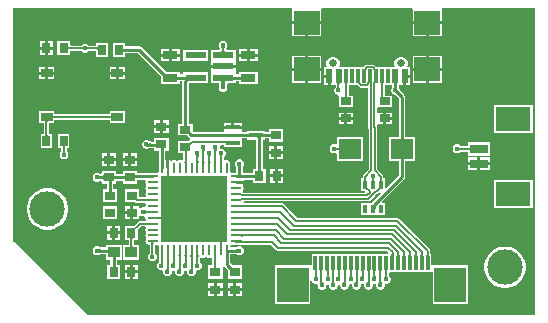
<source format=gtl>
G04*
G04 #@! TF.GenerationSoftware,Altium Limited,Altium Designer,22.9.1 (49)*
G04*
G04 Layer_Physical_Order=1*
G04 Layer_Color=255*
%FSLAX25Y25*%
%MOIN*%
G70*
G04*
G04 #@! TF.SameCoordinates,D4816976-5514-483D-9E39-B707E229CF54*
G04*
G04*
G04 #@! TF.FilePolarity,Positive*
G04*
G01*
G75*
%ADD12C,0.01000*%
%ADD17R,0.01400X0.02900*%
%ADD18R,0.05118X0.02756*%
%ADD19R,0.03150X0.03543*%
%ADD20R,0.03543X0.03150*%
%ADD25R,0.07400X0.06600*%
%ADD30R,0.02559X0.03543*%
%ADD31R,0.03937X0.02756*%
%ADD36R,0.07107X0.02410*%
%ADD37R,0.03543X0.02559*%
%ADD38R,0.04600X0.01800*%
%ADD41R,0.11811X0.08268*%
%ADD42R,0.06299X0.03150*%
%ADD43R,0.01181X0.04724*%
%ADD44R,0.10630X0.11811*%
%ADD45R,0.22047X0.22047*%
%ADD46O,0.00984X0.03937*%
%ADD47O,0.03937X0.00984*%
%ADD48R,0.03937X0.03819*%
%ADD49R,0.03543X0.03150*%
%ADD50R,0.08583X0.07874*%
%ADD51R,0.01181X0.04528*%
%ADD52R,0.02362X0.04528*%
%ADD53C,0.00649*%
%ADD54C,0.00546*%
%ADD55C,0.11811*%
%ADD56C,0.02559*%
%ADD57C,0.01772*%
%ADD58C,0.01968*%
G36*
X174980Y1519D02*
X25922D01*
X1020Y26422D01*
Y103981D01*
X93844D01*
X93990Y103541D01*
X93990Y103480D01*
Y99504D01*
X98882D01*
X103773D01*
Y103480D01*
X103773Y103541D01*
X103919Y103981D01*
X134081D01*
X134227Y103541D01*
X134227Y103480D01*
Y99504D01*
X139118D01*
X144009D01*
Y103480D01*
X144009Y103541D01*
X144156Y103981D01*
X174980D01*
Y1519D01*
D02*
G37*
%LPC*%
G36*
X144009Y98504D02*
X139618D01*
Y94467D01*
X144009D01*
Y98504D01*
D02*
G37*
G36*
X138618D02*
X134227D01*
Y94467D01*
X138618D01*
Y98504D01*
D02*
G37*
G36*
X103773D02*
X99382D01*
Y94467D01*
X103773D01*
Y98504D01*
D02*
G37*
G36*
X98382D02*
X93990D01*
Y94467D01*
X98382D01*
Y98504D01*
D02*
G37*
G36*
X14222Y92872D02*
X12547D01*
Y91000D01*
X14222D01*
Y92872D01*
D02*
G37*
G36*
X11547D02*
X9872D01*
Y91000D01*
X11547D01*
Y92872D01*
D02*
G37*
G36*
X82659Y90218D02*
X80000D01*
Y88740D01*
X82659D01*
Y90218D01*
D02*
G37*
G36*
X56659D02*
X54000D01*
Y88740D01*
X56659D01*
Y90218D01*
D02*
G37*
G36*
X79000D02*
X76341D01*
Y88740D01*
X79000D01*
Y90218D01*
D02*
G37*
G36*
X53000D02*
X50341D01*
Y88740D01*
X53000D01*
Y90218D01*
D02*
G37*
G36*
X14222Y90000D02*
X12547D01*
Y88128D01*
X14222D01*
Y90000D01*
D02*
G37*
G36*
X11547D02*
X9872D01*
Y88128D01*
X11547D01*
Y90000D01*
D02*
G37*
G36*
X20128Y92872D02*
X15778D01*
Y88128D01*
X20128D01*
Y89525D01*
X20181Y89526D01*
X20251Y89557D01*
X23841D01*
X24158Y89240D01*
X24704Y89014D01*
X25296D01*
X25842Y89240D01*
X26159Y89557D01*
X28642D01*
X28712Y89526D01*
X28766Y89525D01*
Y87628D01*
X32525D01*
Y92372D01*
X28766D01*
Y91475D01*
X28712Y91474D01*
X28642Y91443D01*
X26159D01*
X25842Y91760D01*
X25296Y91986D01*
X24704D01*
X24158Y91760D01*
X23841Y91443D01*
X20251D01*
X20181Y91474D01*
X20128Y91475D01*
Y92872D01*
D02*
G37*
G36*
X66124Y90045D02*
X57817D01*
Y86435D01*
X66124D01*
Y90045D01*
D02*
G37*
G36*
X82659Y87740D02*
X80000D01*
Y86262D01*
X82659D01*
Y87740D01*
D02*
G37*
G36*
X79000D02*
X76341D01*
Y86262D01*
X79000D01*
Y87740D01*
D02*
G37*
G36*
X56659D02*
X54000D01*
Y86262D01*
X56659D01*
Y87740D01*
D02*
G37*
G36*
X53000D02*
X50341D01*
Y86262D01*
X53000D01*
Y87740D01*
D02*
G37*
G36*
X71296Y92986D02*
X70704D01*
X70158Y92760D01*
X69740Y92342D01*
X69514Y91796D01*
Y91204D01*
X69740Y90658D01*
X69854Y90545D01*
X69852Y90507D01*
X69692Y90176D01*
X69583Y90054D01*
X69554Y90045D01*
X66876D01*
Y86805D01*
X66876Y86435D01*
X66876Y85935D01*
Y85000D01*
X71029D01*
X75183D01*
Y85935D01*
X75183Y86305D01*
X75183Y86805D01*
Y90045D01*
X72446D01*
X72417Y90054D01*
X72308Y90176D01*
X72148Y90507D01*
X72146Y90545D01*
X72260Y90658D01*
X72486Y91204D01*
Y91796D01*
X72260Y92342D01*
X71842Y92760D01*
X71296Y92986D01*
D02*
G37*
G36*
X144009Y88068D02*
X139618D01*
Y84031D01*
X144009D01*
Y88068D01*
D02*
G37*
G36*
X103773D02*
X99382D01*
Y84031D01*
X103773D01*
Y88068D01*
D02*
G37*
G36*
X98382D02*
X93990D01*
Y84031D01*
X98382D01*
Y88068D01*
D02*
G37*
G36*
X138618D02*
X134227D01*
Y84031D01*
X138618D01*
Y88068D01*
D02*
G37*
G36*
X38379Y84261D02*
X36311D01*
Y82784D01*
X38379D01*
Y84261D01*
D02*
G37*
G36*
X35311D02*
X33242D01*
Y82784D01*
X35311D01*
Y84261D01*
D02*
G37*
G36*
X14758D02*
X12689D01*
Y82784D01*
X14758D01*
Y84261D01*
D02*
G37*
G36*
X11689D02*
X9621D01*
Y82784D01*
X11689D01*
Y84261D01*
D02*
G37*
G36*
X38379Y81783D02*
X36311D01*
Y80305D01*
X38379D01*
Y81783D01*
D02*
G37*
G36*
X35311D02*
X33242D01*
Y80305D01*
X35311D01*
Y81783D01*
D02*
G37*
G36*
X14758D02*
X12689D01*
Y80305D01*
X14758D01*
Y81783D01*
D02*
G37*
G36*
X11689D02*
X9621D01*
Y80305D01*
X11689D01*
Y81783D01*
D02*
G37*
G36*
X144009Y83031D02*
X139618D01*
Y78995D01*
X144009D01*
Y83031D01*
D02*
G37*
G36*
X138618D02*
X134227D01*
Y78995D01*
X138618D01*
Y83031D01*
D02*
G37*
G36*
X103773D02*
X99382D01*
Y78995D01*
X103773D01*
Y83031D01*
D02*
G37*
G36*
X98382D02*
X93990D01*
Y78995D01*
X98382D01*
Y83031D01*
D02*
G37*
G36*
X75183Y84000D02*
X71029D01*
X66876D01*
Y83065D01*
X66876Y82695D01*
X66876Y82195D01*
Y78955D01*
X69472D01*
X69571Y78864D01*
X69826Y78511D01*
X69832Y78472D01*
X69829Y78457D01*
X69824Y78445D01*
X69823Y78440D01*
X69820Y78428D01*
X69821Y78422D01*
X69740Y78342D01*
X69514Y77796D01*
Y77204D01*
X69740Y76658D01*
X70158Y76240D01*
X70704Y76014D01*
X71296D01*
X71842Y76240D01*
X72260Y76658D01*
X72486Y77204D01*
Y77796D01*
X72260Y78342D01*
X72179Y78422D01*
X72180Y78428D01*
X72176Y78440D01*
X72176Y78445D01*
X72171Y78457D01*
X72168Y78472D01*
X72171Y78499D01*
X72524Y78955D01*
X75183D01*
Y79638D01*
X76341D01*
Y78782D01*
X82659D01*
Y82738D01*
X76341D01*
Y81881D01*
X75537D01*
X75183Y82235D01*
Y82565D01*
X75183Y83065D01*
Y84000D01*
D02*
G37*
G36*
X133379Y80768D02*
X132098D01*
Y78404D01*
X133379D01*
Y80768D01*
D02*
G37*
G36*
X105902D02*
X104621D01*
Y78404D01*
X105902D01*
Y80768D01*
D02*
G37*
G36*
X38379Y69695D02*
X33242D01*
Y68692D01*
X33189Y68690D01*
X33119Y68659D01*
X14881D01*
X14811Y68690D01*
X14758Y68692D01*
Y69695D01*
X9621D01*
Y65739D01*
X11170D01*
X11172Y65684D01*
X11203Y65615D01*
Y61996D01*
X11172Y61926D01*
X11170Y61872D01*
X10266D01*
Y57128D01*
X14025D01*
Y61872D01*
X13121D01*
X13119Y61926D01*
X13088Y61996D01*
Y65615D01*
X13119Y65684D01*
X13121Y65739D01*
X14758D01*
Y66741D01*
X14811Y66743D01*
X14881Y66774D01*
X33119D01*
X33189Y66743D01*
X33242Y66741D01*
Y65739D01*
X38379D01*
Y69695D01*
D02*
G37*
G36*
X114372Y69025D02*
X112500D01*
Y67646D01*
X114372D01*
Y69025D01*
D02*
G37*
G36*
X111500D02*
X109628D01*
Y67646D01*
X111500D01*
Y69025D01*
D02*
G37*
G36*
X114372Y66646D02*
X112500D01*
Y65266D01*
X114372D01*
Y66646D01*
D02*
G37*
G36*
X111500D02*
X109628D01*
Y65266D01*
X111500D01*
Y66646D01*
D02*
G37*
G36*
X52872Y66580D02*
X51000D01*
Y64906D01*
X52872D01*
Y66580D01*
D02*
G37*
G36*
X50000D02*
X48128D01*
Y64906D01*
X50000D01*
Y66580D01*
D02*
G37*
G36*
X77196Y65655D02*
X74796D01*
Y64655D01*
X77196D01*
Y65655D01*
D02*
G37*
G36*
X73796D02*
X71396D01*
Y64655D01*
X73796D01*
Y65655D01*
D02*
G37*
G36*
X174214Y71734D02*
X161203D01*
Y62266D01*
X174214D01*
Y71734D01*
D02*
G37*
G36*
X52872Y63906D02*
X51000D01*
Y62231D01*
X52872D01*
Y63906D01*
D02*
G37*
G36*
X50000D02*
X48128D01*
Y62231D01*
X50000D01*
Y63906D01*
D02*
G37*
G36*
X117600Y60900D02*
X109000D01*
Y58735D01*
X108500Y58401D01*
X108296Y58486D01*
X107704D01*
X107158Y58260D01*
X106740Y57842D01*
X106514Y57296D01*
Y56704D01*
X106740Y56158D01*
X107158Y55740D01*
X107704Y55514D01*
X108296D01*
X108500Y55599D01*
X109000Y55265D01*
Y53100D01*
X117600D01*
Y60900D01*
D02*
G37*
G36*
X160041Y59135D02*
X152542D01*
Y57936D01*
X152488Y57934D01*
X152418Y57903D01*
X150198D01*
X149842Y58260D01*
X149296Y58486D01*
X148704D01*
X148158Y58260D01*
X147740Y57842D01*
X147514Y57296D01*
Y56704D01*
X147740Y56158D01*
X148158Y55740D01*
X148704Y55514D01*
X149296D01*
X149842Y55740D01*
X150119Y56018D01*
X152418D01*
X152488Y55987D01*
X152542Y55985D01*
Y54786D01*
X160041D01*
Y59135D01*
D02*
G37*
G36*
X91017Y57818D02*
X89146D01*
Y56143D01*
X91017D01*
Y57818D01*
D02*
G37*
G36*
X88146D02*
X86274D01*
Y56143D01*
X88146D01*
Y57818D01*
D02*
G37*
G36*
X42372Y55628D02*
X40500D01*
Y53953D01*
X42372D01*
Y55628D01*
D02*
G37*
G36*
X35372D02*
X33500D01*
Y53953D01*
X35372D01*
Y55628D01*
D02*
G37*
G36*
X39500D02*
X37628D01*
Y53953D01*
X39500D01*
Y55628D01*
D02*
G37*
G36*
X32500D02*
X30628D01*
Y53953D01*
X32500D01*
Y55628D01*
D02*
G37*
G36*
X19734Y61872D02*
X15975D01*
Y57128D01*
X17025D01*
X17026Y57074D01*
X17057Y57005D01*
Y56159D01*
X16740Y55842D01*
X16514Y55296D01*
Y54704D01*
X16740Y54158D01*
X17158Y53740D01*
X17704Y53514D01*
X18296D01*
X18842Y53740D01*
X19260Y54158D01*
X19486Y54704D01*
Y55296D01*
X19260Y55842D01*
X18943Y56159D01*
Y57005D01*
X18974Y57074D01*
X18975Y57128D01*
X19734D01*
Y61872D01*
D02*
G37*
G36*
X91017Y55143D02*
X89146D01*
Y53468D01*
X91017D01*
Y55143D01*
D02*
G37*
G36*
X88146D02*
X86274D01*
Y53468D01*
X88146D01*
Y55143D01*
D02*
G37*
G36*
X38234Y92372D02*
X34475D01*
Y87628D01*
X38234D01*
Y88878D01*
X42614D01*
X50341Y81152D01*
Y78782D01*
X56659D01*
Y79638D01*
X57378D01*
X57378Y79638D01*
X57378Y79638D01*
Y65234D01*
X56128D01*
Y61475D01*
X58921D01*
X58979Y61388D01*
X59564Y60803D01*
X59564Y60803D01*
X59928Y60559D01*
X60045Y60536D01*
X60084Y60419D01*
X60098Y60016D01*
X59890Y59877D01*
X59890Y59877D01*
X59878Y59865D01*
X59804Y59834D01*
X59709Y59741D01*
X59553Y59595D01*
X59470Y59525D01*
X56128D01*
Y55766D01*
X57572D01*
X57573Y55712D01*
X57605Y55642D01*
Y53485D01*
X57310Y53267D01*
X57249Y53251D01*
X57073Y53239D01*
X57005Y53285D01*
X56579Y53369D01*
X56153Y53285D01*
X55935Y53139D01*
X55594Y53078D01*
X55254Y53139D01*
X55036Y53285D01*
X54610Y53369D01*
X54184Y53285D01*
X53966Y53139D01*
X53626Y53078D01*
X53286Y53139D01*
X53142Y53235D01*
Y50779D01*
X52142D01*
Y53373D01*
X52031Y53425D01*
X51795Y53605D01*
Y56325D01*
X52872D01*
Y60675D01*
X48128D01*
Y59448D01*
X47023D01*
X47011Y59457D01*
X46952Y59448D01*
X46937D01*
X46877Y59476D01*
X46709Y59481D01*
X46665Y59486D01*
X46629Y59491D01*
X46610Y59495D01*
X46609Y59496D01*
X46603Y59498D01*
X46342Y59760D01*
X45796Y59986D01*
X45204D01*
X44658Y59760D01*
X44240Y59342D01*
X44014Y58796D01*
Y58204D01*
X44240Y57658D01*
X44658Y57240D01*
X45204Y57014D01*
X45796D01*
X46128Y57152D01*
X46134Y57150D01*
X46531Y57177D01*
X46611Y57177D01*
X46677Y57205D01*
X48128D01*
Y56325D01*
X49552D01*
Y50779D01*
X49560Y50739D01*
Y49378D01*
X49407Y49151D01*
X49349Y49093D01*
X49122Y48940D01*
X47761D01*
X47721Y48948D01*
X42372D01*
Y49722D01*
X37628D01*
Y48669D01*
X35372D01*
Y49722D01*
X30628D01*
Y48956D01*
X30142Y48699D01*
X30072Y48700D01*
X29952Y48710D01*
X29922Y48714D01*
X29902Y48718D01*
X29901Y48719D01*
X29885Y48724D01*
X29880Y48724D01*
X29876Y48725D01*
X29842Y48760D01*
X29296Y48986D01*
X28705D01*
X28158Y48760D01*
X27740Y48342D01*
X27514Y47796D01*
Y47205D01*
X27740Y46658D01*
X28158Y46240D01*
X28705Y46014D01*
X29296D01*
X29842Y46240D01*
X29969Y46368D01*
X29979Y46367D01*
X29995Y46373D01*
X30000Y46373D01*
X30008Y46377D01*
X30016Y46379D01*
X30030Y46381D01*
X30140Y46390D01*
X30419Y46248D01*
X30628Y46089D01*
Y45372D01*
X32237D01*
Y43529D01*
X30987D01*
Y39180D01*
X35730D01*
Y43529D01*
X34480D01*
Y45372D01*
X35372D01*
Y46426D01*
X37628D01*
Y45372D01*
X42372D01*
Y46705D01*
X44895D01*
X45075Y46469D01*
X45200Y46205D01*
X45131Y45858D01*
X45215Y45432D01*
X45361Y45214D01*
X45422Y44874D01*
X45361Y44534D01*
X45215Y44316D01*
X45131Y43890D01*
X45215Y43464D01*
X45361Y43246D01*
X45422Y42906D01*
X45361Y42565D01*
X45215Y42347D01*
X45131Y41921D01*
X45215Y41495D01*
X45261Y41427D01*
X45249Y41251D01*
X45233Y41190D01*
X45015Y40895D01*
X43137D01*
X43067Y40927D01*
X43013Y40928D01*
Y43529D01*
X38270D01*
Y39180D01*
X41733D01*
X41879Y39082D01*
X42240Y39010D01*
X42845D01*
X42892Y38998D01*
X42972Y39010D01*
X42975D01*
X43051Y38979D01*
X43126Y39010D01*
X45015D01*
X45233Y38715D01*
X45249Y38655D01*
X45261Y38478D01*
X45215Y38410D01*
X45131Y37984D01*
X45151Y37880D01*
X44917Y37620D01*
X44720Y37486D01*
X44205D01*
X43658Y37260D01*
X43513Y37115D01*
X43013Y37322D01*
Y37821D01*
X41142D01*
Y35646D01*
Y33471D01*
X43013D01*
Y34678D01*
X43513Y34885D01*
X43658Y34740D01*
X44205Y34514D01*
X44714D01*
X44958Y34330D01*
X45145Y34117D01*
X45131Y34047D01*
X45215Y33621D01*
X45261Y33553D01*
X45249Y33377D01*
X45233Y33316D01*
X45015Y33021D01*
X43335D01*
X43335Y33021D01*
X42974Y32950D01*
X42668Y32745D01*
X41295Y31372D01*
X38278D01*
Y26628D01*
X39478D01*
X39479Y26574D01*
X39510Y26504D01*
Y25133D01*
X39479Y25063D01*
X39478Y25010D01*
X37825D01*
Y19990D01*
X42962D01*
Y25010D01*
X41428D01*
X41427Y25063D01*
X41395Y25133D01*
Y26504D01*
X41427Y26574D01*
X41428Y26628D01*
X42628D01*
Y30038D01*
X43725Y31136D01*
X45015D01*
X45233Y30841D01*
X45249Y30781D01*
X45261Y30604D01*
X45215Y30536D01*
X45131Y30110D01*
X45215Y29684D01*
X45361Y29466D01*
X45422Y29126D01*
X45361Y28786D01*
X45215Y28568D01*
X45131Y28142D01*
X45215Y27716D01*
X45361Y27498D01*
X45422Y27158D01*
X45361Y26817D01*
X45215Y26599D01*
X45131Y26173D01*
X45215Y25747D01*
X45457Y25386D01*
X45818Y25144D01*
X46244Y25060D01*
X46525D01*
X46526Y25018D01*
X46557Y24948D01*
Y22159D01*
X46240Y21842D01*
X46014Y21296D01*
Y20704D01*
X46240Y20158D01*
X46658Y19740D01*
X47205Y19514D01*
X47796D01*
X48342Y19740D01*
X48760Y20158D01*
X48986Y20704D01*
Y21296D01*
X48760Y21842D01*
X48443Y22159D01*
Y24948D01*
X48474Y25018D01*
X48475Y25060D01*
X49122D01*
X49349Y24907D01*
X49407Y24849D01*
X49560Y24622D01*
Y21744D01*
X49645Y21318D01*
X49667Y21285D01*
Y19263D01*
X49658Y19260D01*
X49240Y18842D01*
X49014Y18296D01*
Y17704D01*
X49240Y17158D01*
X49658Y16740D01*
X50204Y16514D01*
X50564D01*
X50867Y16367D01*
X51014Y16063D01*
Y15704D01*
X51240Y15158D01*
X51658Y14740D01*
X52204Y14514D01*
X52796D01*
X53342Y14740D01*
X53760Y15158D01*
X53986Y15704D01*
Y16063D01*
X54133Y16367D01*
X54436Y16514D01*
X54563D01*
X54867Y16367D01*
X55014Y16063D01*
Y15704D01*
X55240Y15158D01*
X55658Y14740D01*
X56204Y14514D01*
X56796D01*
X57342Y14740D01*
X57760Y15158D01*
X57986Y15704D01*
Y16063D01*
X58133Y16367D01*
X58437Y16514D01*
X58564D01*
X58867Y16367D01*
X59014Y16063D01*
Y15704D01*
X59240Y15158D01*
X59658Y14740D01*
X60204Y14514D01*
X60796D01*
X61342Y14740D01*
X61760Y15158D01*
X61986Y15704D01*
Y16063D01*
X62133Y16367D01*
X62436Y16514D01*
X62796D01*
X63342Y16740D01*
X63760Y17158D01*
X63986Y17704D01*
Y18296D01*
X63760Y18842D01*
X63435Y19166D01*
Y20509D01*
X63751Y20737D01*
X63794Y20748D01*
X63966Y20756D01*
X64027Y20715D01*
X64453Y20631D01*
X64879Y20715D01*
X65097Y20861D01*
X65437Y20922D01*
X65777Y20861D01*
X65995Y20715D01*
X66421Y20631D01*
X66847Y20715D01*
X66915Y20761D01*
X67092Y20749D01*
X67153Y20733D01*
X67447Y20515D01*
Y18251D01*
X67416Y18181D01*
X67415Y18128D01*
X66128D01*
Y13778D01*
X70872D01*
Y17676D01*
X70872Y17680D01*
X70872Y17680D01*
X70872Y17738D01*
X71217Y17835D01*
X71601Y17569D01*
X72628Y16541D01*
Y13778D01*
X77372D01*
Y18128D01*
X74215D01*
X73448Y18894D01*
Y21879D01*
X75159D01*
X75221Y21851D01*
X75389Y21847D01*
X75503Y21836D01*
X75528Y21832D01*
X75542Y21829D01*
X75555Y21824D01*
X75560Y21824D01*
X75572Y21820D01*
X75578Y21821D01*
X75658Y21740D01*
X76204Y21514D01*
X76796D01*
X77342Y21740D01*
X77760Y22158D01*
X77986Y22704D01*
Y23296D01*
X77760Y23842D01*
X77342Y24260D01*
X76796Y24486D01*
X76204D01*
X75658Y24260D01*
X75578Y24179D01*
X75572Y24180D01*
X75560Y24177D01*
X75555Y24176D01*
X75542Y24171D01*
X75528Y24168D01*
X75509Y24165D01*
X75308Y24150D01*
X75229Y24149D01*
X75164Y24122D01*
X73440D01*
Y24622D01*
X73593Y24849D01*
X73651Y24907D01*
X73878Y25060D01*
X76756D01*
X76891Y25087D01*
X76924Y25072D01*
X77845Y25045D01*
X77856Y25049D01*
X77867Y25044D01*
X77941Y25076D01*
X87091D01*
X88833Y23333D01*
X89139Y23129D01*
X89500Y23057D01*
X89500Y23057D01*
X125610D01*
X126126Y22541D01*
X125919Y22041D01*
X100609D01*
Y18279D01*
X100116Y18261D01*
X100109Y18261D01*
X88286D01*
Y5250D01*
X100116D01*
Y12860D01*
X100616Y12959D01*
X100740Y12658D01*
X101158Y12240D01*
X101704Y12014D01*
X102064D01*
X102367Y11867D01*
X102514Y11564D01*
Y11204D01*
X102740Y10658D01*
X103158Y10240D01*
X103704Y10014D01*
X104296D01*
X104842Y10240D01*
X105260Y10658D01*
X105486Y11204D01*
Y11564D01*
X105489Y11570D01*
X106090Y11770D01*
X106225Y11695D01*
X106225Y11204D01*
X106451Y10658D01*
X106869Y10240D01*
X107415Y10014D01*
X108006D01*
X108552Y10240D01*
X108970Y10658D01*
X109196Y11204D01*
Y11552D01*
X109200Y11755D01*
X109404Y11866D01*
X109962Y11670D01*
X110014Y11564D01*
Y11204D01*
X110240Y10658D01*
X110658Y10240D01*
X111204Y10014D01*
X111796D01*
X112342Y10240D01*
X112760Y10658D01*
X112986Y11204D01*
Y11618D01*
X113260Y11929D01*
X113436Y12014D01*
X113564D01*
X113963Y11820D01*
X114014Y11552D01*
Y11204D01*
X114240Y10658D01*
X114658Y10240D01*
X115204Y10014D01*
X115796D01*
X116342Y10240D01*
X116760Y10658D01*
X116986Y11204D01*
Y11564D01*
X117133Y11867D01*
X117437Y12014D01*
X117563D01*
X117867Y11867D01*
X118014Y11564D01*
Y11204D01*
X118240Y10658D01*
X118658Y10240D01*
X119204Y10014D01*
X119796D01*
X120342Y10240D01*
X120760Y10658D01*
X120986Y11204D01*
Y11564D01*
X121133Y11867D01*
X121437Y12014D01*
X121563D01*
X121867Y11867D01*
X122014Y11564D01*
Y11204D01*
X122240Y10658D01*
X122658Y10240D01*
X123204Y10014D01*
X123796D01*
X124342Y10240D01*
X124760Y10658D01*
X124986Y11204D01*
Y11564D01*
X125133Y11867D01*
X125436Y12014D01*
X125796D01*
X126342Y12240D01*
X126760Y12658D01*
X126986Y13204D01*
Y13796D01*
X126760Y14342D01*
X126403Y14698D01*
Y15630D01*
X126850Y16116D01*
X140384D01*
X140391Y16116D01*
X140884Y16099D01*
Y5250D01*
X152714D01*
Y18261D01*
X140891D01*
X140884Y18261D01*
X140391Y18279D01*
Y21288D01*
X140423Y21342D01*
X140411Y21387D01*
X140429Y21429D01*
X140391Y21519D01*
Y22041D01*
X140176D01*
X140175Y22091D01*
X140144Y22163D01*
Y22799D01*
X140144Y22799D01*
X140072Y23160D01*
X139867Y23466D01*
X129667Y33667D01*
X129361Y33871D01*
X129000Y33943D01*
X95890D01*
X91182Y38651D01*
X90877Y38855D01*
X90516Y38927D01*
X78423D01*
X78113Y39427D01*
X78140Y39482D01*
X78222Y39524D01*
X119416D01*
X119416Y39524D01*
X119756Y39592D01*
X120045Y39785D01*
X121606Y41346D01*
X121799Y41634D01*
X121809Y41684D01*
X122218Y42093D01*
X122527Y42155D01*
X122815Y42348D01*
X123241Y42774D01*
X123313Y42800D01*
X123314Y42801D01*
X123493Y42787D01*
X123684Y42270D01*
X120582Y39169D01*
X120436Y38950D01*
X117141D01*
Y34850D01*
X124859D01*
Y38950D01*
X124189D01*
X123998Y39412D01*
X131493Y46907D01*
X131493Y46907D01*
X131736Y47271D01*
X131822Y47700D01*
X131822Y47700D01*
Y53100D01*
X135000D01*
Y60900D01*
X131822D01*
Y74300D01*
X131822Y74300D01*
X131736Y74729D01*
X131493Y75093D01*
X130242Y76345D01*
X130217Y76408D01*
X130102Y76530D01*
X130028Y76618D01*
X130013Y76639D01*
X130005Y76651D01*
X130000Y76664D01*
X129997Y76667D01*
X129991Y76678D01*
X129986Y76682D01*
Y76796D01*
X129760Y77342D01*
X129679Y77422D01*
X129680Y77428D01*
X129676Y77440D01*
X129676Y77445D01*
X129671Y77457D01*
X129668Y77472D01*
X129665Y77491D01*
X129650Y77692D01*
X129649Y77771D01*
X129622Y77836D01*
Y78404D01*
X131098D01*
Y81268D01*
X131598D01*
Y81768D01*
X133379D01*
Y84131D01*
X132803D01*
X132468Y84632D01*
X132642Y85050D01*
Y85950D01*
X132297Y86782D01*
X131660Y87419D01*
X130828Y87764D01*
X129928D01*
X129096Y87419D01*
X128459Y86782D01*
X128114Y85950D01*
Y85050D01*
X128287Y84632D01*
X127953Y84131D01*
X122074D01*
X122070Y84151D01*
X121877Y84440D01*
X121877Y84440D01*
X121483Y84834D01*
X121194Y85027D01*
X120853Y85094D01*
X120853Y85094D01*
X119115D01*
X119115Y85094D01*
X118774Y85027D01*
X118486Y84834D01*
X117783Y84131D01*
X110047D01*
X109713Y84632D01*
X109886Y85050D01*
Y85950D01*
X109541Y86782D01*
X108904Y87419D01*
X108072Y87764D01*
X107172D01*
X106340Y87419D01*
X105703Y86782D01*
X105358Y85950D01*
Y85050D01*
X105532Y84632D01*
X105197Y84131D01*
X104621D01*
Y81768D01*
X106402D01*
Y81268D01*
X106902D01*
Y78404D01*
X108525D01*
X108526Y78350D01*
X108557Y78280D01*
Y77659D01*
X108240Y77342D01*
X108014Y76796D01*
Y76204D01*
X108240Y75658D01*
X108658Y75240D01*
X109204Y75014D01*
X109245D01*
X109628Y74734D01*
Y70975D01*
X114372D01*
Y74734D01*
X113085D01*
X113084Y74788D01*
X113053Y74858D01*
Y78282D01*
X113084Y78354D01*
X113085Y78404D01*
X115815D01*
X116517Y77702D01*
X116517Y77702D01*
X116806Y77509D01*
X117147Y77441D01*
X118885D01*
X118885Y77441D01*
X118970Y77458D01*
X119470Y77117D01*
Y63936D01*
X119470Y63936D01*
X119538Y63595D01*
X119587Y63521D01*
Y50192D01*
X117812Y48416D01*
X117619Y48127D01*
X117551Y47787D01*
X117551Y47787D01*
Y47173D01*
X117541Y47150D01*
X117141D01*
Y43050D01*
X118176D01*
X118276Y42916D01*
X118406Y42575D01*
X118213Y42350D01*
X77783D01*
X77543Y42709D01*
Y43102D01*
X77785Y43464D01*
X77869Y43890D01*
X77785Y44316D01*
X77543Y44677D01*
Y45071D01*
X77735Y45358D01*
X75279D01*
Y46358D01*
X77836D01*
X78091Y46726D01*
X80872D01*
Y45628D01*
X85222D01*
Y50372D01*
X84169D01*
Y60096D01*
X84896D01*
Y60474D01*
X86274D01*
Y59374D01*
X91017D01*
Y63723D01*
X86274D01*
Y62717D01*
X84896D01*
Y63096D01*
X79096D01*
Y62717D01*
X77196D01*
Y63655D01*
X74296D01*
X71396D01*
Y62717D01*
X60872D01*
Y65234D01*
X59622D01*
Y78955D01*
X66124D01*
Y82565D01*
X57817D01*
Y81881D01*
X56659D01*
Y82738D01*
X51927D01*
X43872Y90793D01*
X43508Y91036D01*
X43079Y91122D01*
X43079Y91122D01*
X38234D01*
Y92372D01*
D02*
G37*
G36*
X160041Y54214D02*
X156791D01*
Y52539D01*
X160041D01*
Y54214D01*
D02*
G37*
G36*
X155791D02*
X152542D01*
Y52539D01*
X155791D01*
Y54214D01*
D02*
G37*
G36*
X42372Y52953D02*
X40500D01*
Y51278D01*
X42372D01*
Y52953D01*
D02*
G37*
G36*
X39500D02*
X37628D01*
Y51278D01*
X39500D01*
Y52953D01*
D02*
G37*
G36*
X35372D02*
X33500D01*
Y51278D01*
X35372D01*
Y52953D01*
D02*
G37*
G36*
X32500D02*
X30628D01*
Y51278D01*
X32500D01*
Y52953D01*
D02*
G37*
G36*
X160041Y51539D02*
X156791D01*
Y49865D01*
X160041D01*
Y51539D01*
D02*
G37*
G36*
X155791D02*
X152542D01*
Y49865D01*
X155791D01*
Y51539D01*
D02*
G37*
G36*
X91128Y50372D02*
X89453D01*
Y48500D01*
X91128D01*
Y50372D01*
D02*
G37*
G36*
X88453D02*
X86778D01*
Y48500D01*
X88453D01*
Y50372D01*
D02*
G37*
G36*
X91128Y47500D02*
X89453D01*
Y45628D01*
X91128D01*
Y47500D01*
D02*
G37*
G36*
X88453D02*
X86778D01*
Y45628D01*
X88453D01*
Y47500D01*
D02*
G37*
G36*
X174214Y46734D02*
X161203D01*
Y37266D01*
X174214D01*
Y46734D01*
D02*
G37*
G36*
X40142Y37821D02*
X38270D01*
Y36146D01*
X40142D01*
Y37821D01*
D02*
G37*
G36*
Y35146D02*
X38270D01*
Y33471D01*
X40142D01*
Y35146D01*
D02*
G37*
G36*
X35730Y37821D02*
X30987D01*
Y33471D01*
X35730D01*
Y37821D01*
D02*
G37*
G36*
X13179Y43890D02*
X11821D01*
X10490Y43625D01*
X9236Y43106D01*
X8108Y42352D01*
X7148Y41392D01*
X6394Y40264D01*
X5875Y39010D01*
X5610Y37679D01*
Y36321D01*
X5875Y34990D01*
X6394Y33737D01*
X7148Y32608D01*
X8108Y31648D01*
X9236Y30894D01*
X10490Y30375D01*
X11821Y30110D01*
X13179D01*
X14510Y30375D01*
X15764Y30894D01*
X16892Y31648D01*
X17852Y32608D01*
X18606Y33737D01*
X19125Y34990D01*
X19390Y36321D01*
Y37679D01*
X19125Y39010D01*
X18606Y40264D01*
X17852Y41392D01*
X16892Y42352D01*
X15764Y43106D01*
X14510Y43625D01*
X13179Y43890D01*
D02*
G37*
G36*
X36722Y31372D02*
X35047D01*
Y29500D01*
X36722D01*
Y31372D01*
D02*
G37*
G36*
X34047D02*
X32372D01*
Y29500D01*
X34047D01*
Y31372D01*
D02*
G37*
G36*
X36722Y28500D02*
X35047D01*
Y26628D01*
X36722D01*
Y28500D01*
D02*
G37*
G36*
X34047D02*
X32372D01*
Y26628D01*
X34047D01*
Y28500D01*
D02*
G37*
G36*
X37175Y25010D02*
X32038D01*
Y24122D01*
X30342D01*
X30279Y24149D01*
X30111Y24153D01*
X29997Y24164D01*
X29972Y24168D01*
X29958Y24171D01*
X29945Y24176D01*
X29940Y24177D01*
X29928Y24180D01*
X29922Y24179D01*
X29842Y24260D01*
X29296Y24486D01*
X28705D01*
X28158Y24260D01*
X27740Y23842D01*
X27514Y23296D01*
Y22704D01*
X27740Y22158D01*
X28158Y21740D01*
X28705Y21514D01*
X29296D01*
X29842Y21740D01*
X29922Y21821D01*
X29928Y21820D01*
X29940Y21824D01*
X29945Y21824D01*
X29958Y21829D01*
X29972Y21832D01*
X29991Y21835D01*
X30192Y21850D01*
X30271Y21851D01*
X30336Y21879D01*
X32038D01*
Y19990D01*
X33426D01*
Y18372D01*
X32372D01*
Y13628D01*
X36722D01*
Y18372D01*
X35669D01*
Y19990D01*
X37175D01*
Y25010D01*
D02*
G37*
G36*
X42628Y18372D02*
X40953D01*
Y16500D01*
X42628D01*
Y18372D01*
D02*
G37*
G36*
X39953D02*
X38278D01*
Y16500D01*
X39953D01*
Y18372D01*
D02*
G37*
G36*
X42628Y15500D02*
X40953D01*
Y13628D01*
X42628D01*
Y15500D01*
D02*
G37*
G36*
X39953D02*
X38278D01*
Y13628D01*
X39953D01*
Y15500D01*
D02*
G37*
G36*
X165679Y24390D02*
X164321D01*
X162990Y24125D01*
X161737Y23606D01*
X160608Y22852D01*
X159648Y21892D01*
X158894Y20764D01*
X158375Y19510D01*
X158110Y18179D01*
Y16821D01*
X158375Y15490D01*
X158894Y14236D01*
X159648Y13108D01*
X160608Y12148D01*
X161737Y11394D01*
X162990Y10875D01*
X164321Y10610D01*
X165679D01*
X167010Y10875D01*
X168263Y11394D01*
X169392Y12148D01*
X170352Y13108D01*
X171106Y14236D01*
X171625Y15490D01*
X171890Y16821D01*
Y18179D01*
X171625Y19510D01*
X171106Y20764D01*
X170352Y21892D01*
X169392Y22852D01*
X168263Y23606D01*
X167010Y24125D01*
X165679Y24390D01*
D02*
G37*
G36*
X77372Y12222D02*
X75500D01*
Y10547D01*
X77372D01*
Y12222D01*
D02*
G37*
G36*
X70872D02*
X69000D01*
Y10547D01*
X70872D01*
Y12222D01*
D02*
G37*
G36*
X74500D02*
X72628D01*
Y10547D01*
X74500D01*
Y12222D01*
D02*
G37*
G36*
X68000D02*
X66128D01*
Y10547D01*
X68000D01*
Y12222D01*
D02*
G37*
G36*
X77372Y9547D02*
X75500D01*
Y7872D01*
X77372D01*
Y9547D01*
D02*
G37*
G36*
X74500D02*
X72628D01*
Y7872D01*
X74500D01*
Y9547D01*
D02*
G37*
G36*
X70872D02*
X69000D01*
Y7872D01*
X70872D01*
Y9547D01*
D02*
G37*
G36*
X68000D02*
X66128D01*
Y7872D01*
X68000D01*
Y9547D01*
D02*
G37*
%LPD*%
G36*
X29390Y89851D02*
X29384Y89913D01*
X29364Y89968D01*
X29331Y90016D01*
X29284Y90059D01*
X29225Y90094D01*
X29152Y90123D01*
X29066Y90146D01*
X28967Y90162D01*
X28855Y90172D01*
X28729Y90175D01*
Y90825D01*
X28855Y90828D01*
X28967Y90838D01*
X29066Y90854D01*
X29152Y90877D01*
X29225Y90906D01*
X29284Y90941D01*
X29331Y90984D01*
X29364Y91032D01*
X29384Y91087D01*
X29390Y91149D01*
Y89851D01*
D02*
G37*
G36*
X19510Y91087D02*
X19530Y91032D01*
X19563Y90984D01*
X19609Y90941D01*
X19669Y90906D01*
X19742Y90877D01*
X19827Y90854D01*
X19927Y90838D01*
X20039Y90828D01*
X20165Y90825D01*
Y90175D01*
X20039Y90172D01*
X19927Y90162D01*
X19827Y90146D01*
X19742Y90123D01*
X19669Y90094D01*
X19609Y90059D01*
X19563Y90016D01*
X19530Y89968D01*
X19510Y89913D01*
X19504Y89851D01*
Y91149D01*
X19510Y91087D01*
D02*
G37*
G36*
X71564Y90808D02*
X71514Y90746D01*
X71469Y90681D01*
X71431Y90613D01*
X71398Y90542D01*
X71372Y90468D01*
X71351Y90391D01*
X71336Y90312D01*
X71328Y90229D01*
X71324Y90144D01*
X70675D01*
X70673Y90229D01*
X70664Y90312D01*
X70649Y90391D01*
X70628Y90468D01*
X70602Y90542D01*
X70569Y90613D01*
X70531Y90681D01*
X70486Y90746D01*
X70436Y90808D01*
X70380Y90867D01*
X71620D01*
X71564Y90808D01*
D02*
G37*
G36*
X71328Y89959D02*
X71337Y89849D01*
X71354Y89751D01*
X71377Y89667D01*
X71406Y89595D01*
X71441Y89537D01*
X71484Y89492D01*
X71532Y89459D01*
X71587Y89440D01*
X71649Y89433D01*
X70351D01*
X70413Y89440D01*
X70468Y89459D01*
X70516Y89492D01*
X70559Y89537D01*
X70594Y89595D01*
X70623Y89667D01*
X70646Y89751D01*
X70662Y89849D01*
X70672Y89959D01*
X70675Y90082D01*
X71324D01*
X71328Y89959D01*
D02*
G37*
G36*
X71905Y79569D02*
X71820Y79538D01*
X71745Y79488D01*
X71680Y79417D01*
X71625Y79326D01*
X71580Y79215D01*
X71545Y79083D01*
X71520Y78931D01*
X71505Y78759D01*
X71502Y78651D01*
X71519Y78416D01*
X71530Y78349D01*
X71543Y78290D01*
X71559Y78239D01*
X71577Y78196D01*
X71597Y78160D01*
X71620Y78133D01*
X70380D01*
X70403Y78160D01*
X70423Y78196D01*
X70441Y78239D01*
X70457Y78290D01*
X70470Y78349D01*
X70481Y78416D01*
X70495Y78574D01*
X70498Y78664D01*
X70495Y78759D01*
X70480Y78931D01*
X70455Y79083D01*
X70420Y79215D01*
X70375Y79326D01*
X70320Y79417D01*
X70255Y79488D01*
X70180Y79538D01*
X70095Y79569D01*
X70000Y79579D01*
X72000D01*
X71905Y79569D01*
D02*
G37*
G36*
X33867Y67067D02*
X33860Y67129D01*
X33840Y67184D01*
X33807Y67233D01*
X33761Y67275D01*
X33701Y67311D01*
X33628Y67340D01*
X33543Y67363D01*
X33443Y67379D01*
X33331Y67389D01*
X33206Y67392D01*
Y68041D01*
X33331Y68044D01*
X33443Y68054D01*
X33543Y68070D01*
X33628Y68093D01*
X33701Y68122D01*
X33761Y68158D01*
X33807Y68200D01*
X33840Y68249D01*
X33860Y68304D01*
X33867Y68366D01*
Y67067D01*
D02*
G37*
G36*
X14140Y68304D02*
X14160Y68249D01*
X14193Y68200D01*
X14239Y68158D01*
X14299Y68122D01*
X14371Y68093D01*
X14457Y68070D01*
X14557Y68054D01*
X14669Y68044D01*
X14795Y68041D01*
Y67392D01*
X14669Y67389D01*
X14557Y67379D01*
X14457Y67363D01*
X14371Y67340D01*
X14299Y67311D01*
X14239Y67275D01*
X14193Y67233D01*
X14160Y67184D01*
X14140Y67129D01*
X14133Y67067D01*
Y68366D01*
X14140Y68304D01*
D02*
G37*
G36*
X12733Y66344D02*
X12678Y66325D01*
X12629Y66292D01*
X12587Y66247D01*
X12551Y66188D01*
X12522Y66117D01*
X12499Y66033D01*
X12483Y65935D01*
X12473Y65825D01*
X12470Y65702D01*
X11821D01*
X11818Y65825D01*
X11808Y65935D01*
X11792Y66033D01*
X11769Y66117D01*
X11740Y66188D01*
X11704Y66247D01*
X11662Y66292D01*
X11613Y66325D01*
X11558Y66344D01*
X11497Y66351D01*
X12795D01*
X12733Y66344D01*
D02*
G37*
G36*
X12473Y61785D02*
X12483Y61675D01*
X12499Y61578D01*
X12522Y61493D01*
X12551Y61422D01*
X12587Y61364D01*
X12629Y61318D01*
X12678Y61286D01*
X12733Y61266D01*
X12795Y61260D01*
X11497D01*
X11558Y61266D01*
X11613Y61286D01*
X11662Y61318D01*
X11704Y61364D01*
X11740Y61422D01*
X11769Y61493D01*
X11792Y61578D01*
X11808Y61675D01*
X11818Y61785D01*
X11821Y61909D01*
X12470D01*
X12473Y61785D01*
D02*
G37*
G36*
X109624Y56351D02*
X109617Y56413D01*
X109598Y56468D01*
X109564Y56516D01*
X109518Y56559D01*
X109459Y56594D01*
X109386Y56624D01*
X109300Y56646D01*
X109201Y56662D01*
X109188Y56664D01*
X109109Y56649D01*
X109032Y56628D01*
X108958Y56602D01*
X108887Y56569D01*
X108819Y56531D01*
X108754Y56486D01*
X108692Y56436D01*
X108633Y56380D01*
Y57620D01*
X108692Y57564D01*
X108754Y57514D01*
X108819Y57469D01*
X108887Y57431D01*
X108958Y57398D01*
X109032Y57372D01*
X109109Y57351D01*
X109188Y57336D01*
X109201Y57337D01*
X109300Y57354D01*
X109386Y57376D01*
X109459Y57406D01*
X109518Y57441D01*
X109564Y57484D01*
X109598Y57532D01*
X109617Y57587D01*
X109624Y57649D01*
Y56351D01*
D02*
G37*
G36*
X153166Y56312D02*
X153159Y56373D01*
X153139Y56428D01*
X153106Y56477D01*
X153060Y56519D01*
X153000Y56555D01*
X152928Y56584D01*
X152842Y56607D01*
X152743Y56623D01*
X152630Y56633D01*
X152505Y56636D01*
Y57285D01*
X152630Y57288D01*
X152743Y57298D01*
X152842Y57314D01*
X152928Y57337D01*
X153000Y57366D01*
X153060Y57402D01*
X153106Y57444D01*
X153139Y57493D01*
X153159Y57548D01*
X153166Y57610D01*
Y56312D01*
D02*
G37*
G36*
X18587Y57746D02*
X18532Y57726D01*
X18484Y57693D01*
X18441Y57647D01*
X18406Y57587D01*
X18376Y57514D01*
X18354Y57428D01*
X18338Y57329D01*
X18328Y57217D01*
X18325Y57091D01*
X17675D01*
X17672Y57217D01*
X17662Y57329D01*
X17646Y57428D01*
X17624Y57514D01*
X17594Y57587D01*
X17559Y57647D01*
X17516Y57693D01*
X17468Y57726D01*
X17413Y57746D01*
X17351Y57752D01*
X18649D01*
X18587Y57746D01*
D02*
G37*
G36*
X124451Y79009D02*
X124408Y78990D01*
X124370Y78957D01*
X124337Y78912D01*
X124309Y78854D01*
X124286Y78782D01*
X124269Y78698D01*
X124256Y78601D01*
X124248Y78490D01*
X124246Y78367D01*
X123597D01*
X123594Y78490D01*
X123574Y78698D01*
X123556Y78782D01*
X123533Y78854D01*
X123505Y78912D01*
X123472Y78957D01*
X123434Y78990D01*
X123391Y79009D01*
X123343Y79016D01*
X124500D01*
X124451Y79009D01*
D02*
G37*
G36*
X112641D02*
X112597Y78990D01*
X112559Y78957D01*
X112526Y78912D01*
X112498Y78854D01*
X112475Y78782D01*
X112458Y78698D01*
X112445Y78601D01*
X112437Y78490D01*
X112435Y78367D01*
X111786D01*
X111783Y78490D01*
X111763Y78698D01*
X111745Y78782D01*
X111722Y78854D01*
X111694Y78912D01*
X111661Y78957D01*
X111623Y78990D01*
X111580Y79009D01*
X111532Y79016D01*
X112689D01*
X112641Y79009D01*
D02*
G37*
G36*
X110087Y79021D02*
X110032Y79001D01*
X109984Y78968D01*
X109941Y78922D01*
X109906Y78863D01*
X109877Y78790D01*
X109854Y78704D01*
X109837Y78605D01*
X109828Y78492D01*
X109825Y78367D01*
X109176D01*
X109172Y78492D01*
X109162Y78605D01*
X109146Y78704D01*
X109124Y78790D01*
X109094Y78863D01*
X109059Y78922D01*
X109016Y78968D01*
X108968Y79001D01*
X108913Y79021D01*
X108851Y79028D01*
X110149D01*
X110087Y79021D01*
D02*
G37*
G36*
X129001Y77664D02*
X129019Y77416D01*
X129030Y77349D01*
X129043Y77290D01*
X129059Y77239D01*
X129077Y77196D01*
X129097Y77160D01*
X129120Y77133D01*
X127880D01*
X127903Y77160D01*
X127923Y77196D01*
X127941Y77239D01*
X127957Y77290D01*
X127970Y77349D01*
X127981Y77416D01*
X127995Y77574D01*
X128000Y77763D01*
X129000D01*
X129001Y77664D01*
D02*
G37*
G36*
X129389Y76456D02*
X129400Y76416D01*
X129418Y76373D01*
X129443Y76326D01*
X129475Y76275D01*
X129515Y76219D01*
X129616Y76098D01*
X129746Y75961D01*
X129039Y75254D01*
X128969Y75322D01*
X128780Y75485D01*
X128726Y75525D01*
X128674Y75557D01*
X128627Y75582D01*
X128584Y75600D01*
X128544Y75611D01*
X128509Y75614D01*
X129386Y76491D01*
X129389Y76456D01*
D02*
G37*
G36*
X124249Y74645D02*
X124259Y74533D01*
X124275Y74434D01*
X124298Y74348D01*
X124327Y74275D01*
X124363Y74216D01*
X124405Y74169D01*
X124453Y74136D01*
X124509Y74116D01*
X124570Y74110D01*
X123272D01*
X123334Y74116D01*
X123389Y74136D01*
X123438Y74169D01*
X123480Y74216D01*
X123516Y74275D01*
X123545Y74348D01*
X123567Y74434D01*
X123584Y74533D01*
X123593Y74645D01*
X123597Y74771D01*
X124246D01*
X124249Y74645D01*
D02*
G37*
G36*
X112438D02*
X112448Y74533D01*
X112464Y74434D01*
X112487Y74348D01*
X112516Y74275D01*
X112552Y74216D01*
X112594Y74169D01*
X112643Y74136D01*
X112698Y74116D01*
X112759Y74110D01*
X111461D01*
X111523Y74116D01*
X111578Y74136D01*
X111627Y74169D01*
X111669Y74216D01*
X111705Y74275D01*
X111734Y74348D01*
X111757Y74434D01*
X111773Y74533D01*
X111783Y74645D01*
X111786Y74771D01*
X112435D01*
X112438Y74645D01*
D02*
G37*
G36*
X60719Y58913D02*
X60619Y58812D01*
X60301Y58447D01*
X60273Y58401D01*
X60256Y58364D01*
X60252Y58337D01*
X60260Y58319D01*
X59665Y58913D01*
X59684Y58906D01*
X59711Y58910D01*
X59747Y58926D01*
X59793Y58954D01*
X59848Y58994D01*
X59985Y59110D01*
X60159Y59273D01*
X60260Y59372D01*
X60719Y58913D01*
D02*
G37*
G36*
X72008Y58561D02*
X72001Y58623D01*
X71982Y58678D01*
X71949Y58727D01*
X71904Y58769D01*
X71845Y58805D01*
X71774Y58834D01*
X71690Y58857D01*
X71592Y58873D01*
X71482Y58883D01*
X71359Y58886D01*
Y59535D01*
X71482Y59538D01*
X71592Y59548D01*
X71690Y59564D01*
X71774Y59587D01*
X71845Y59616D01*
X71904Y59652D01*
X71949Y59694D01*
X71982Y59743D01*
X72001Y59798D01*
X72008Y59859D01*
Y58561D01*
D02*
G37*
G36*
X46266Y58954D02*
X46299Y58928D01*
X46340Y58904D01*
X46389Y58884D01*
X46446Y58866D01*
X46512Y58852D01*
X46585Y58841D01*
X46667Y58833D01*
X46855Y58827D01*
X46607Y57827D01*
X46507Y57826D01*
X46090Y57798D01*
X46051Y57789D01*
X46021Y57779D01*
X45999Y57768D01*
X46242Y58984D01*
X46266Y58954D01*
D02*
G37*
G36*
X79096Y60096D02*
X81926D01*
Y50372D01*
X80872D01*
Y48969D01*
X77659D01*
X77651Y49090D01*
X77649Y49249D01*
X77622Y49314D01*
Y50659D01*
X77649Y50721D01*
X77653Y50889D01*
X77664Y51003D01*
X77668Y51028D01*
X77671Y51042D01*
X77676Y51055D01*
X77676Y51060D01*
X77680Y51072D01*
X77679Y51078D01*
X77760Y51158D01*
X77986Y51704D01*
Y52296D01*
X77760Y52842D01*
X77342Y53260D01*
X76796Y53486D01*
X76204D01*
X75658Y53260D01*
X75240Y52842D01*
X75014Y52296D01*
Y51704D01*
X75240Y51158D01*
X75321Y51078D01*
X75320Y51072D01*
X75323Y51060D01*
X75324Y51055D01*
X75329Y51042D01*
X75332Y51028D01*
X75335Y51009D01*
X75350Y50808D01*
X75351Y50729D01*
X75378Y50664D01*
Y49417D01*
X75352Y49365D01*
X75334Y49325D01*
X75099Y48940D01*
X73878D01*
X73651Y49093D01*
X73593Y49151D01*
X73440Y49378D01*
Y52256D01*
X73356Y52682D01*
X73114Y53043D01*
X72753Y53285D01*
X72327Y53369D01*
X71901Y53285D01*
X71833Y53239D01*
X71656Y53251D01*
X71596Y53267D01*
X71301Y53485D01*
Y54224D01*
X71342Y54240D01*
X71760Y54658D01*
X71986Y55204D01*
Y55796D01*
X71760Y56342D01*
X71342Y56760D01*
X70796Y56986D01*
X70437D01*
X70133Y57133D01*
X69986Y57437D01*
Y57796D01*
X69963Y57852D01*
X70240Y58268D01*
X71272D01*
X71342Y58237D01*
X71396Y58235D01*
Y57537D01*
X77196D01*
Y60474D01*
X79096D01*
Y60096D01*
D02*
G37*
G36*
X65103Y56851D02*
X65046Y56793D01*
X64994Y56733D01*
X64949Y56669D01*
X64910Y56602D01*
X64876Y56532D01*
X64849Y56459D01*
X64828Y56383D01*
X64813Y56303D01*
X64804Y56221D01*
X64801Y56135D01*
X64152Y56154D01*
X64149Y56239D01*
X64140Y56321D01*
X64126Y56401D01*
X64106Y56478D01*
X64080Y56552D01*
X64048Y56624D01*
X64011Y56693D01*
X63967Y56760D01*
X63918Y56823D01*
X63863Y56884D01*
X65103Y56851D01*
D02*
G37*
G36*
X69080Y56830D02*
X69021Y56775D01*
X68968Y56716D01*
X68921Y56654D01*
X68881Y56588D01*
X68847Y56520D01*
X68819Y56447D01*
X68797Y56372D01*
X68782Y56293D01*
X68773Y56210D01*
X68769Y56125D01*
X68120Y56168D01*
X68118Y56253D01*
X68109Y56335D01*
X68095Y56415D01*
X68076Y56493D01*
X68051Y56568D01*
X68020Y56640D01*
X67984Y56711D01*
X67942Y56779D01*
X67895Y56844D01*
X67842Y56907D01*
X69080Y56830D01*
D02*
G37*
G36*
X59135Y56384D02*
X59079Y56364D01*
X59031Y56331D01*
X58989Y56284D01*
X58953Y56225D01*
X58924Y56152D01*
X58901Y56066D01*
X58885Y55967D01*
X58875Y55855D01*
X58872Y55729D01*
X58223D01*
X58219Y55855D01*
X58210Y55967D01*
X58193Y56066D01*
X58171Y56152D01*
X58142Y56225D01*
X58106Y56284D01*
X58064Y56331D01*
X58015Y56364D01*
X57960Y56384D01*
X57898Y56390D01*
X59196D01*
X59135Y56384D01*
D02*
G37*
G36*
X63109Y54856D02*
X63052Y54798D01*
X63001Y54737D01*
X62956Y54673D01*
X62917Y54605D01*
X62884Y54535D01*
X62857Y54462D01*
X62836Y54385D01*
X62821Y54306D01*
X62812Y54224D01*
X62809Y54138D01*
X62160Y54151D01*
X62157Y54236D01*
X62148Y54318D01*
X62134Y54398D01*
X62113Y54475D01*
X62087Y54549D01*
X62055Y54620D01*
X62017Y54689D01*
X61974Y54755D01*
X61924Y54818D01*
X61869Y54878D01*
X63109Y54856D01*
D02*
G37*
G36*
X67061Y54815D02*
X67001Y54761D01*
X66948Y54704D01*
X66900Y54643D01*
X66859Y54579D01*
X66825Y54511D01*
X66796Y54440D01*
X66774Y54365D01*
X66758Y54286D01*
X66749Y54203D01*
X66746Y54118D01*
X66097Y54180D01*
X66094Y54264D01*
X66086Y54347D01*
X66072Y54427D01*
X66053Y54505D01*
X66029Y54580D01*
X65999Y54654D01*
X65964Y54725D01*
X65924Y54794D01*
X65878Y54861D01*
X65826Y54925D01*
X67061Y54815D01*
D02*
G37*
G36*
X70684Y53144D02*
X70715Y52744D01*
X70729Y52667D01*
X70745Y52598D01*
X70765Y52537D01*
X70786Y52486D01*
X70811Y52443D01*
X69906D01*
X69930Y52486D01*
X69952Y52537D01*
X69971Y52598D01*
X69988Y52667D01*
X70002Y52744D01*
X70022Y52926D01*
X70033Y53144D01*
X70034Y53266D01*
X70683D01*
X70684Y53144D01*
D02*
G37*
G36*
X68769Y53201D02*
X68770Y53077D01*
X68805Y52557D01*
X68816Y52508D01*
X68828Y52470D01*
X68842Y52443D01*
X67937D01*
X67972Y52501D01*
X68003Y52565D01*
X68031Y52636D01*
X68054Y52712D01*
X68075Y52795D01*
X68091Y52884D01*
X68113Y53081D01*
X68119Y53188D01*
X68120Y53302D01*
X68769Y53201D01*
D02*
G37*
G36*
X66747Y53144D02*
X66778Y52744D01*
X66792Y52667D01*
X66808Y52598D01*
X66827Y52537D01*
X66849Y52486D01*
X66874Y52443D01*
X65969D01*
X65993Y52486D01*
X66015Y52537D01*
X66034Y52598D01*
X66051Y52667D01*
X66065Y52744D01*
X66085Y52926D01*
X66096Y53144D01*
X66097Y53266D01*
X66746D01*
X66747Y53144D01*
D02*
G37*
G36*
X64801Y53248D02*
X64802Y53123D01*
X64827Y52722D01*
X64838Y52647D01*
X64852Y52581D01*
X64868Y52525D01*
X64885Y52479D01*
X64905Y52443D01*
X64000D01*
X64029Y52492D01*
X64055Y52549D01*
X64078Y52614D01*
X64097Y52686D01*
X64114Y52766D01*
X64138Y52949D01*
X64146Y53052D01*
X64152Y53281D01*
X64801Y53248D01*
D02*
G37*
G36*
X62810Y53144D02*
X62841Y52744D01*
X62855Y52667D01*
X62871Y52598D01*
X62890Y52537D01*
X62912Y52486D01*
X62937Y52443D01*
X62032D01*
X62056Y52486D01*
X62078Y52537D01*
X62097Y52598D01*
X62114Y52667D01*
X62128Y52744D01*
X62148Y52926D01*
X62158Y53144D01*
X62160Y53266D01*
X62809D01*
X62810Y53144D01*
D02*
G37*
G36*
X58873D02*
X58904Y52744D01*
X58918Y52667D01*
X58934Y52598D01*
X58953Y52537D01*
X58975Y52486D01*
X59000Y52443D01*
X58095D01*
X58119Y52486D01*
X58141Y52537D01*
X58160Y52598D01*
X58177Y52667D01*
X58191Y52744D01*
X58211Y52926D01*
X58221Y53144D01*
X58223Y53266D01*
X58872D01*
X58873Y53144D01*
D02*
G37*
G36*
X77097Y51340D02*
X77077Y51305D01*
X77059Y51261D01*
X77043Y51210D01*
X77030Y51151D01*
X77019Y51084D01*
X77005Y50927D01*
X77000Y50737D01*
X76000D01*
X75999Y50836D01*
X75981Y51084D01*
X75970Y51151D01*
X75957Y51210D01*
X75941Y51261D01*
X75923Y51305D01*
X75903Y51340D01*
X75880Y51367D01*
X77120D01*
X77097Y51340D01*
D02*
G37*
G36*
X77000Y49241D02*
X77002Y49064D01*
X77033Y48605D01*
X77052Y48477D01*
X77102Y48255D01*
X77133Y48163D01*
X77169Y48083D01*
X77208Y48014D01*
X75500Y48304D01*
X75595Y48299D01*
X75680Y48318D01*
X75755Y48360D01*
X75820Y48425D01*
X75875Y48515D01*
X75920Y48628D01*
X75955Y48765D01*
X75980Y48925D01*
X75995Y49109D01*
X76000Y49316D01*
X77000Y49241D01*
D02*
G37*
G36*
X53070Y49073D02*
X53048Y49022D01*
X53029Y48961D01*
X53012Y48893D01*
X52998Y48815D01*
X52978Y48633D01*
X52972Y48508D01*
X52979Y48423D01*
X52996Y48324D01*
X53018Y48238D01*
X53047Y48165D01*
X53083Y48105D01*
X53125Y48059D01*
X53174Y48026D01*
X53229Y48006D01*
X53291Y48000D01*
X51993D01*
X52054Y48006D01*
X52109Y48026D01*
X52158Y48059D01*
X52200Y48105D01*
X52236Y48165D01*
X52265Y48238D01*
X52288Y48324D01*
X52304Y48423D01*
X52310Y48491D01*
X52285Y48815D01*
X52271Y48893D01*
X52255Y48961D01*
X52235Y49022D01*
X52214Y49073D01*
X52189Y49116D01*
X53094D01*
X53070Y49073D01*
D02*
G37*
G36*
X31240Y46547D02*
X31230Y46642D01*
X31200Y46727D01*
X31150Y46802D01*
X31080Y46867D01*
X30990Y46922D01*
X30880Y46967D01*
X30750Y47002D01*
X30600Y47027D01*
X30430Y47042D01*
X30258Y47047D01*
X30195Y47046D01*
X29947Y47026D01*
X29880Y47014D01*
X29821Y46999D01*
X29770Y46982D01*
X29727Y46962D01*
X29692Y46940D01*
X29665Y46914D01*
X29599Y48153D01*
X29626Y48133D01*
X29661Y48115D01*
X29704Y48099D01*
X29755Y48085D01*
X29814Y48074D01*
X29881Y48064D01*
X30038Y48052D01*
X30228Y48047D01*
X30240Y47858D01*
Y48047D01*
X30430Y48052D01*
X30600Y48067D01*
X30750Y48092D01*
X30880Y48127D01*
X30990Y48172D01*
X31080Y48227D01*
X31150Y48292D01*
X31200Y48367D01*
X31230Y48452D01*
X31240Y48547D01*
Y46547D01*
D02*
G37*
G36*
X123835Y46978D02*
X123843Y46883D01*
X123856Y46799D01*
X123876Y46727D01*
X123900Y46665D01*
X123930Y46615D01*
X123966Y46576D01*
X124007Y46548D01*
X124053Y46532D01*
X124105Y46526D01*
X123013D01*
X123065Y46532D01*
X123111Y46548D01*
X123152Y46576D01*
X123188Y46615D01*
X123218Y46665D01*
X123242Y46727D01*
X123261Y46799D01*
X123275Y46883D01*
X123283Y46978D01*
X123286Y47084D01*
X123832D01*
X123835Y46978D01*
D02*
G37*
G36*
X121564Y47308D02*
X121514Y47246D01*
X121469Y47181D01*
X121431Y47113D01*
X121398Y47042D01*
X121372Y46968D01*
X121351Y46891D01*
X121349Y46879D01*
X121354Y46850D01*
X121377Y46764D01*
X121406Y46691D01*
X121441Y46632D01*
X121484Y46586D01*
X121532Y46552D01*
X121587Y46533D01*
X121649Y46526D01*
X120351D01*
X120413Y46533D01*
X120468Y46552D01*
X120516Y46586D01*
X120559Y46632D01*
X120594Y46691D01*
X120624Y46764D01*
X120646Y46850D01*
X120651Y46879D01*
X120649Y46891D01*
X120628Y46968D01*
X120602Y47042D01*
X120569Y47113D01*
X120531Y47181D01*
X120486Y47246D01*
X120436Y47308D01*
X120380Y47367D01*
X121620D01*
X121564Y47308D01*
D02*
G37*
G36*
X118717Y46978D02*
X118725Y46883D01*
X118738Y46799D01*
X118758Y46727D01*
X118782Y46665D01*
X118812Y46615D01*
X118848Y46576D01*
X118889Y46548D01*
X118935Y46532D01*
X118987Y46526D01*
X117895D01*
X117947Y46532D01*
X117993Y46548D01*
X118034Y46576D01*
X118070Y46615D01*
X118100Y46665D01*
X118124Y46727D01*
X118143Y46799D01*
X118157Y46883D01*
X118165Y46978D01*
X118168Y47084D01*
X118714D01*
X118717Y46978D01*
D02*
G37*
G36*
X52970Y47135D02*
X52982Y47046D01*
X53003Y46961D01*
X53031Y46881D01*
X53068Y46804D01*
X53113Y46733D01*
X53166Y46665D01*
X53227Y46602D01*
X53296Y46543D01*
X53373Y46488D01*
X52023Y46212D01*
X52079Y46299D01*
X52173Y46474D01*
X52211Y46561D01*
X52244Y46649D01*
X52270Y46736D01*
X52291Y46824D01*
X52305Y46911D01*
X52314Y46999D01*
X52317Y47087D01*
X52966Y47228D01*
X52970Y47135D01*
D02*
G37*
G36*
X127378Y77842D02*
X127351Y77779D01*
X127347Y77611D01*
X127336Y77497D01*
X127332Y77472D01*
X127329Y77457D01*
X127324Y77445D01*
X127323Y77440D01*
X127320Y77428D01*
X127321Y77422D01*
X127240Y77342D01*
X127014Y76796D01*
Y76204D01*
X127240Y75658D01*
X127658Y75240D01*
X128204Y75014D01*
X128318D01*
X128322Y75009D01*
X128333Y75003D01*
X128336Y75000D01*
X128349Y74995D01*
X128361Y74987D01*
X128377Y74975D01*
X128529Y74844D01*
X128586Y74789D01*
X128651Y74763D01*
X129578Y73835D01*
Y60900D01*
X126400D01*
Y53100D01*
X129578D01*
Y48165D01*
X125321Y43907D01*
X124859Y44098D01*
Y47150D01*
X124459D01*
X124449Y47173D01*
Y47787D01*
X124449Y47787D01*
X124381Y48127D01*
X124188Y48416D01*
X124188Y48416D01*
X122413Y50192D01*
Y64252D01*
X122345Y64592D01*
X122296Y64666D01*
Y64904D01*
X122628Y65266D01*
X122796Y65266D01*
X124500D01*
Y67146D01*
Y69025D01*
X122796D01*
X122628Y69025D01*
X122296Y69388D01*
Y70612D01*
X122628Y70975D01*
X127372D01*
Y74734D01*
X124896D01*
X124895Y74788D01*
X124864Y74858D01*
Y78282D01*
X124895Y78354D01*
X124896Y78404D01*
X127378D01*
Y77842D01*
D02*
G37*
G36*
X123643Y43662D02*
X123600Y43693D01*
X123550Y43708D01*
X123492D01*
X123427Y43693D01*
X123354Y43662D01*
X123272Y43616D01*
X123184Y43554D01*
X123087Y43477D01*
X122871Y43276D01*
X122485Y43662D01*
X122593Y43774D01*
X122763Y43975D01*
X122825Y44063D01*
X122871Y44144D01*
X122902Y44218D01*
X122917Y44283D01*
Y44341D01*
X122902Y44392D01*
X122871Y44434D01*
X123643Y43662D01*
D02*
G37*
G36*
X119087Y44393D02*
X119073Y44343D01*
X119074Y44286D01*
X119091Y44221D01*
X119123Y44148D01*
X119170Y44066D01*
X119234Y43977D01*
X119312Y43880D01*
X119515Y43662D01*
X119129Y43276D01*
X119016Y43385D01*
X118814Y43558D01*
X118725Y43620D01*
X118643Y43668D01*
X118570Y43700D01*
X118505Y43717D01*
X118448Y43718D01*
X118398Y43704D01*
X118357Y43674D01*
X119117Y44434D01*
X119087Y44393D01*
D02*
G37*
G36*
X42397Y40540D02*
X42417Y40485D01*
X42451Y40436D01*
X42498Y40394D01*
X42557Y40358D01*
X42630Y40329D01*
X42715Y40306D01*
X42814Y40290D01*
X42926Y40281D01*
X43051Y40277D01*
Y39628D01*
X42401Y39792D01*
X42389Y40602D01*
X42397Y40540D01*
D02*
G37*
G36*
X46057Y39500D02*
X46014Y39525D01*
X45963Y39546D01*
X45902Y39566D01*
X45833Y39582D01*
X45756Y39596D01*
X45573Y39617D01*
X45356Y39627D01*
X45234Y39628D01*
Y40277D01*
X45356Y40279D01*
X45756Y40309D01*
X45833Y40323D01*
X45902Y40340D01*
X45963Y40359D01*
X46014Y40381D01*
X46057Y40405D01*
Y39500D01*
D02*
G37*
G36*
X76986Y38412D02*
X77037Y38390D01*
X77098Y38371D01*
X77167Y38355D01*
X77244Y38341D01*
X77426Y38320D01*
X77644Y38310D01*
X77766Y38309D01*
Y37660D01*
X77644Y37658D01*
X77244Y37628D01*
X77167Y37614D01*
X77098Y37597D01*
X77037Y37578D01*
X76986Y37556D01*
X76943Y37532D01*
Y38436D01*
X76986Y38412D01*
D02*
G37*
G36*
Y36444D02*
X77037Y36422D01*
X77098Y36403D01*
X77167Y36386D01*
X77244Y36372D01*
X77426Y36352D01*
X77644Y36342D01*
X77766Y36340D01*
Y35691D01*
X77644Y35690D01*
X77244Y35659D01*
X77167Y35645D01*
X77098Y35629D01*
X77037Y35609D01*
X76986Y35588D01*
X76943Y35563D01*
Y36468D01*
X76986Y36444D01*
D02*
G37*
G36*
X45182Y36576D02*
X45245Y36527D01*
X45311Y36483D01*
X45380Y36445D01*
X45451Y36413D01*
X45525Y36387D01*
X45602Y36367D01*
X45625Y36362D01*
X45756Y36372D01*
X45833Y36386D01*
X45902Y36403D01*
X45963Y36422D01*
X46014Y36444D01*
X46057Y36468D01*
Y35563D01*
X46014Y35588D01*
X45963Y35609D01*
X45902Y35629D01*
X45833Y35645D01*
X45756Y35659D01*
X45651Y35671D01*
X45615Y35664D01*
X45538Y35643D01*
X45465Y35616D01*
X45395Y35583D01*
X45327Y35544D01*
X45263Y35499D01*
X45202Y35448D01*
X45143Y35391D01*
X45121Y36631D01*
X45182Y36576D01*
D02*
G37*
G36*
X50500Y33398D02*
X50494Y33460D01*
X50474Y33515D01*
X50441Y33564D01*
X50395Y33606D01*
X50335Y33642D01*
X50262Y33671D01*
X50177Y33694D01*
X50077Y33710D01*
X50009Y33716D01*
X49685Y33691D01*
X49608Y33677D01*
X49538Y33660D01*
X49478Y33641D01*
X49427Y33619D01*
X49384Y33595D01*
Y34499D01*
X49427Y34475D01*
X49478Y34453D01*
X49538Y34434D01*
X49608Y34418D01*
X49685Y34404D01*
X49867Y34383D01*
X49992Y34377D01*
X50077Y34385D01*
X50177Y34401D01*
X50262Y34424D01*
X50335Y34453D01*
X50395Y34489D01*
X50441Y34531D01*
X50474Y34580D01*
X50494Y34635D01*
X50500Y34696D01*
Y33398D01*
D02*
G37*
G36*
X76986Y34475D02*
X77037Y34453D01*
X77098Y34434D01*
X77167Y34418D01*
X77244Y34404D01*
X77426Y34383D01*
X77644Y34373D01*
X77766Y34372D01*
Y33723D01*
X77644Y33721D01*
X77244Y33691D01*
X77167Y33677D01*
X77098Y33660D01*
X77037Y33641D01*
X76986Y33619D01*
X76943Y33595D01*
Y34499D01*
X76986Y34475D01*
D02*
G37*
G36*
X52060Y33912D02*
X52131Y33857D01*
X52205Y33808D01*
X52283Y33766D01*
X52365Y33731D01*
X52450Y33702D01*
X52539Y33680D01*
X52632Y33665D01*
X52728Y33656D01*
X52829Y33654D01*
X51854Y32679D01*
X51852Y32779D01*
X51843Y32876D01*
X51828Y32969D01*
X51806Y33058D01*
X51777Y33143D01*
X51742Y33225D01*
X51700Y33303D01*
X51651Y33377D01*
X51596Y33448D01*
X51534Y33514D01*
X51993Y33973D01*
X52060Y33912D01*
D02*
G37*
G36*
X76986Y32507D02*
X77037Y32485D01*
X77098Y32466D01*
X77167Y32449D01*
X77244Y32435D01*
X77426Y32415D01*
X77644Y32405D01*
X77766Y32403D01*
Y31754D01*
X77644Y31753D01*
X77244Y31722D01*
X77167Y31708D01*
X77098Y31692D01*
X77037Y31672D01*
X76986Y31651D01*
X76943Y31626D01*
Y32531D01*
X76986Y32507D01*
D02*
G37*
G36*
X46057Y31626D02*
X46014Y31651D01*
X45963Y31672D01*
X45902Y31692D01*
X45833Y31708D01*
X45756Y31722D01*
X45573Y31743D01*
X45356Y31753D01*
X45234Y31754D01*
Y32403D01*
X45356Y32405D01*
X45756Y32435D01*
X45833Y32449D01*
X45902Y32466D01*
X45963Y32485D01*
X46014Y32507D01*
X46057Y32531D01*
Y31626D01*
D02*
G37*
G36*
X77029Y30509D02*
X77115Y30461D01*
X77203Y30418D01*
X77293Y30382D01*
X77384Y30351D01*
X77477Y30325D01*
X77570Y30305D01*
X77666Y30291D01*
X77763Y30283D01*
X77861Y30280D01*
X77864Y29631D01*
X76943Y29658D01*
Y30562D01*
X77029Y30509D01*
D02*
G37*
G36*
X76986Y28570D02*
X77037Y28548D01*
X77098Y28529D01*
X77167Y28512D01*
X77244Y28498D01*
X77426Y28478D01*
X77644Y28468D01*
X77766Y28466D01*
Y27817D01*
X77644Y27816D01*
X77244Y27785D01*
X77167Y27771D01*
X77098Y27755D01*
X77037Y27735D01*
X76986Y27714D01*
X76943Y27689D01*
Y28594D01*
X76986Y28570D01*
D02*
G37*
G36*
X70921Y27700D02*
X70827Y27526D01*
X70789Y27439D01*
X70756Y27351D01*
X70730Y27264D01*
X70709Y27176D01*
X70695Y27089D01*
X70686Y27001D01*
X70683Y26913D01*
X70034Y26772D01*
X70030Y26865D01*
X70017Y26954D01*
X69997Y27039D01*
X69969Y27119D01*
X69932Y27196D01*
X69887Y27267D01*
X69834Y27335D01*
X69773Y27398D01*
X69704Y27457D01*
X69627Y27512D01*
X70977Y27788D01*
X70921Y27700D01*
D02*
G37*
G36*
X41040Y27234D02*
X40985Y27214D01*
X40936Y27182D01*
X40894Y27136D01*
X40858Y27078D01*
X40829Y27007D01*
X40806Y26922D01*
X40790Y26825D01*
X40780Y26715D01*
X40777Y26591D01*
X40128D01*
X40125Y26715D01*
X40115Y26825D01*
X40099Y26922D01*
X40076Y27007D01*
X40047Y27078D01*
X40011Y27136D01*
X39969Y27182D01*
X39920Y27214D01*
X39865Y27234D01*
X39804Y27240D01*
X41102D01*
X41040Y27234D01*
D02*
G37*
G36*
X77029Y26572D02*
X77115Y26524D01*
X77203Y26481D01*
X77293Y26445D01*
X77384Y26414D01*
X77477Y26388D01*
X77570Y26368D01*
X77666Y26354D01*
X77763Y26346D01*
X77861Y26343D01*
X77864Y25694D01*
X76943Y25721D01*
Y26625D01*
X77029Y26572D01*
D02*
G37*
G36*
X48087Y25689D02*
X48032Y25669D01*
X47984Y25636D01*
X47941Y25590D01*
X47906Y25530D01*
X47877Y25458D01*
X47854Y25372D01*
X47837Y25273D01*
X47828Y25160D01*
X47824Y25035D01*
X47175D01*
X47172Y25160D01*
X47163Y25273D01*
X47146Y25372D01*
X47124Y25458D01*
X47094Y25530D01*
X47059Y25590D01*
X47016Y25636D01*
X46968Y25669D01*
X46913Y25689D01*
X46851Y25696D01*
X48149D01*
X48087Y25689D01*
D02*
G37*
G36*
X70946Y25982D02*
X70890Y25962D01*
X70842Y25930D01*
X70800Y25885D01*
X70764Y25826D01*
X70735Y25755D01*
X70712Y25670D01*
X70696Y25573D01*
X70690Y25508D01*
X70715Y25185D01*
X70729Y25107D01*
X70745Y25038D01*
X70765Y24978D01*
X70786Y24927D01*
X70811Y24884D01*
X69906D01*
X69930Y24927D01*
X69952Y24978D01*
X69971Y25038D01*
X69988Y25107D01*
X70002Y25185D01*
X70022Y25367D01*
X70028Y25490D01*
X70021Y25573D01*
X70004Y25670D01*
X69982Y25755D01*
X69953Y25826D01*
X69917Y25885D01*
X69875Y25930D01*
X69826Y25962D01*
X69771Y25982D01*
X69709Y25988D01*
X71007D01*
X70946Y25982D01*
D02*
G37*
G36*
X40780Y24921D02*
X40790Y24809D01*
X40806Y24709D01*
X40829Y24623D01*
X40858Y24551D01*
X40894Y24491D01*
X40936Y24445D01*
X40985Y24412D01*
X41040Y24392D01*
X41102Y24385D01*
X39804D01*
X39865Y24392D01*
X39920Y24412D01*
X39969Y24445D01*
X40011Y24491D01*
X40047Y24551D01*
X40076Y24623D01*
X40099Y24709D01*
X40115Y24809D01*
X40125Y24921D01*
X40128Y25047D01*
X40777D01*
X40780Y24921D01*
D02*
G37*
G36*
X75867Y22380D02*
X75840Y22403D01*
X75805Y22423D01*
X75761Y22441D01*
X75710Y22457D01*
X75651Y22470D01*
X75584Y22481D01*
X75427Y22495D01*
X75237Y22500D01*
Y23500D01*
X75336Y23501D01*
X75584Y23519D01*
X75651Y23530D01*
X75710Y23543D01*
X75761Y23559D01*
X75805Y23577D01*
X75840Y23597D01*
X75867Y23620D01*
Y22380D01*
D02*
G37*
G36*
X139528Y21955D02*
X139548Y21747D01*
X139566Y21663D01*
X139589Y21591D01*
X139617Y21533D01*
X139650Y21487D01*
X139688Y21455D01*
X139731Y21435D01*
X139779Y21429D01*
X138622D01*
X138671Y21435D01*
X138714Y21455D01*
X138752Y21487D01*
X138785Y21533D01*
X138813Y21591D01*
X138836Y21663D01*
X138853Y21747D01*
X138866Y21844D01*
X138874Y21955D01*
X138876Y22078D01*
X139525D01*
X139528Y21955D01*
D02*
G37*
G36*
X137559D02*
X137580Y21747D01*
X137598Y21663D01*
X137620Y21591D01*
X137648Y21533D01*
X137681Y21487D01*
X137719Y21455D01*
X137763Y21435D01*
X137811Y21429D01*
X136654D01*
X136702Y21435D01*
X136745Y21455D01*
X136783Y21487D01*
X136816Y21533D01*
X136844Y21591D01*
X136867Y21663D01*
X136885Y21747D01*
X136898Y21844D01*
X136905Y21955D01*
X136908Y22078D01*
X137557D01*
X137559Y21955D01*
D02*
G37*
G36*
X135591D02*
X135611Y21747D01*
X135629Y21663D01*
X135652Y21591D01*
X135680Y21533D01*
X135713Y21487D01*
X135751Y21455D01*
X135794Y21435D01*
X135842Y21429D01*
X134685D01*
X134733Y21435D01*
X134777Y21455D01*
X134815Y21487D01*
X134848Y21533D01*
X134876Y21591D01*
X134899Y21663D01*
X134916Y21747D01*
X134929Y21844D01*
X134937Y21955D01*
X134939Y22078D01*
X135588D01*
X135591Y21955D01*
D02*
G37*
G36*
X133622D02*
X133643Y21747D01*
X133660Y21663D01*
X133683Y21591D01*
X133711Y21533D01*
X133744Y21487D01*
X133782Y21455D01*
X133826Y21435D01*
X133874Y21429D01*
X132717D01*
X132765Y21435D01*
X132808Y21455D01*
X132846Y21487D01*
X132879Y21533D01*
X132907Y21591D01*
X132930Y21663D01*
X132948Y21747D01*
X132961Y21844D01*
X132968Y21955D01*
X132971Y22078D01*
X133620D01*
X133622Y21955D01*
D02*
G37*
G36*
X131654D02*
X131674Y21747D01*
X131692Y21663D01*
X131715Y21591D01*
X131743Y21533D01*
X131776Y21487D01*
X131814Y21455D01*
X131857Y21435D01*
X131905Y21429D01*
X130748D01*
X130797Y21435D01*
X130840Y21455D01*
X130878Y21487D01*
X130911Y21533D01*
X130939Y21591D01*
X130962Y21663D01*
X130979Y21747D01*
X130992Y21844D01*
X131000Y21955D01*
X131002Y22078D01*
X131651D01*
X131654Y21955D01*
D02*
G37*
G36*
X129685D02*
X129706Y21747D01*
X129724Y21663D01*
X129746Y21591D01*
X129774Y21533D01*
X129807Y21487D01*
X129845Y21455D01*
X129889Y21435D01*
X129937Y21429D01*
X128780D01*
X128828Y21435D01*
X128871Y21455D01*
X128909Y21487D01*
X128942Y21533D01*
X128970Y21591D01*
X128993Y21663D01*
X129011Y21747D01*
X129024Y21844D01*
X129031Y21955D01*
X129034Y22078D01*
X129683D01*
X129685Y21955D01*
D02*
G37*
G36*
X127831D02*
X127852Y21663D01*
X127865Y21591D01*
X127880Y21533D01*
X127898Y21487D01*
X127919Y21455D01*
X127942Y21435D01*
X127968Y21429D01*
X126856Y21417D01*
X126918Y21424D01*
X126973Y21444D01*
X127022Y21478D01*
X127064Y21524D01*
X127100Y21584D01*
X127129Y21657D01*
X127152Y21742D01*
X127168Y21841D01*
X127178Y21953D01*
X127181Y22078D01*
X127830D01*
X127831Y21955D01*
D02*
G37*
G36*
X68818Y21514D02*
X68796Y21463D01*
X68777Y21402D01*
X68760Y21333D01*
X68746Y21256D01*
X68726Y21073D01*
X68716Y20856D01*
X68714Y20734D01*
X68065D01*
X68064Y20856D01*
X68033Y21256D01*
X68019Y21333D01*
X68003Y21402D01*
X67984Y21463D01*
X67962Y21514D01*
X67937Y21557D01*
X68842D01*
X68818Y21514D01*
D02*
G37*
G36*
X60942Y21512D02*
X60919Y21459D01*
X60899Y21397D01*
X60881Y21327D01*
X60866Y21248D01*
X60845Y21066D01*
X60838Y20962D01*
X60832Y20729D01*
X60183Y20740D01*
X60182Y20863D01*
X60153Y21263D01*
X60140Y21340D01*
X60125Y21408D01*
X60107Y21467D01*
X60086Y21516D01*
X60063Y21557D01*
X60968D01*
X60942Y21512D01*
D02*
G37*
G36*
X62914Y21516D02*
X62893Y21467D01*
X62875Y21408D01*
X62860Y21340D01*
X62847Y21263D01*
X62827Y21081D01*
X62818Y20863D01*
X62817Y20740D01*
X62168Y20729D01*
X62166Y20850D01*
X62146Y21161D01*
X62134Y21248D01*
X62101Y21397D01*
X62081Y21459D01*
X62058Y21512D01*
X62032Y21557D01*
X62937D01*
X62914Y21516D01*
D02*
G37*
G36*
X58971Y21508D02*
X58945Y21451D01*
X58922Y21386D01*
X58903Y21314D01*
X58886Y21234D01*
X58862Y21051D01*
X58854Y20948D01*
X58848Y20719D01*
X58199Y20752D01*
X58198Y20877D01*
X58173Y21278D01*
X58162Y21353D01*
X58148Y21419D01*
X58132Y21475D01*
X58115Y21521D01*
X58095Y21557D01*
X59000D01*
X58971Y21508D01*
D02*
G37*
G36*
X56999Y21503D02*
X56971Y21443D01*
X56946Y21375D01*
X56924Y21301D01*
X56906Y21220D01*
X56891Y21131D01*
X56871Y20934D01*
X56866Y20824D01*
X56864Y20708D01*
X56215Y20775D01*
X56214Y20900D01*
X56183Y21368D01*
X56172Y21431D01*
X56158Y21483D01*
X56143Y21525D01*
X56126Y21557D01*
X57031D01*
X56999Y21503D01*
D02*
G37*
G36*
X55028Y21499D02*
X54997Y21435D01*
X54969Y21364D01*
X54945Y21288D01*
X54925Y21205D01*
X54909Y21116D01*
X54887Y20919D01*
X54882Y20812D01*
X54880Y20698D01*
X54231Y20799D01*
X54230Y20923D01*
X54195Y21443D01*
X54184Y21492D01*
X54172Y21530D01*
X54158Y21557D01*
X55063D01*
X55028Y21499D01*
D02*
G37*
G36*
X53058Y21496D02*
X53025Y21430D01*
X52996Y21358D01*
X52971Y21281D01*
X52950Y21197D01*
X52933Y21107D01*
X52910Y20911D01*
X52904Y20804D01*
X52902Y20692D01*
X52253Y20812D01*
X52252Y20937D01*
X52222Y21450D01*
X52212Y21497D01*
X52201Y21532D01*
X52189Y21557D01*
X53094D01*
X53058Y21496D01*
D02*
G37*
G36*
X58848Y19346D02*
X58851Y19261D01*
X58860Y19179D01*
X58874Y19099D01*
X58894Y19022D01*
X58920Y18948D01*
X58952Y18876D01*
X58990Y18807D01*
X59033Y18741D01*
X59082Y18677D01*
X59137Y18616D01*
X57897Y18649D01*
X57954Y18707D01*
X58006Y18767D01*
X58051Y18831D01*
X58090Y18898D01*
X58124Y18968D01*
X58151Y19041D01*
X58172Y19117D01*
X58187Y19197D01*
X58196Y19279D01*
X58199Y19365D01*
X58848Y19346D01*
D02*
G37*
G36*
X54880Y19332D02*
X54882Y19247D01*
X54891Y19165D01*
X54905Y19085D01*
X54924Y19007D01*
X54949Y18932D01*
X54980Y18859D01*
X55016Y18789D01*
X55058Y18721D01*
X55105Y18656D01*
X55158Y18593D01*
X53921Y18670D01*
X53979Y18725D01*
X54032Y18784D01*
X54079Y18846D01*
X54119Y18912D01*
X54153Y18980D01*
X54181Y19053D01*
X54203Y19128D01*
X54218Y19207D01*
X54228Y19290D01*
X54231Y19375D01*
X54880Y19332D01*
D02*
G37*
G36*
X68717Y18039D02*
X68727Y17927D01*
X68743Y17828D01*
X68766Y17742D01*
X68795Y17669D01*
X68831Y17609D01*
X68873Y17563D01*
X68922Y17530D01*
X68977Y17510D01*
X69039Y17504D01*
X67741D01*
X67802Y17510D01*
X67857Y17530D01*
X67906Y17563D01*
X67948Y17609D01*
X67984Y17669D01*
X68013Y17742D01*
X68036Y17828D01*
X68052Y17927D01*
X68062Y18039D01*
X68065Y18165D01*
X68714D01*
X68717Y18039D01*
D02*
G37*
G36*
X60832Y17353D02*
X60835Y17267D01*
X60844Y17185D01*
X60859Y17106D01*
X60879Y17029D01*
X60906Y16955D01*
X60938Y16884D01*
X60976Y16815D01*
X61020Y16750D01*
X61070Y16687D01*
X61126Y16627D01*
X59886Y16638D01*
X59942Y16697D01*
X59993Y16759D01*
X60037Y16823D01*
X60076Y16891D01*
X60109Y16962D01*
X60136Y17035D01*
X60157Y17112D01*
X60171Y17191D01*
X60180Y17274D01*
X60183Y17359D01*
X60832Y17353D01*
D02*
G37*
G36*
X56864Y17339D02*
X56867Y17254D01*
X56875Y17172D01*
X56889Y17092D01*
X56909Y17015D01*
X56935Y16940D01*
X56966Y16868D01*
X57003Y16798D01*
X57046Y16731D01*
X57094Y16667D01*
X57148Y16604D01*
X55909Y16659D01*
X55967Y16716D01*
X56019Y16776D01*
X56065Y16839D01*
X56105Y16905D01*
X56138Y16974D01*
X56166Y17047D01*
X56187Y17123D01*
X56203Y17202D01*
X56212Y17285D01*
X56215Y17370D01*
X56864Y17339D01*
D02*
G37*
G36*
X52902Y17321D02*
X52905Y17236D01*
X52913Y17154D01*
X52926Y17074D01*
X52946Y16996D01*
X52970Y16920D01*
X53000Y16847D01*
X53035Y16776D01*
X53076Y16707D01*
X53122Y16640D01*
X53173Y16576D01*
X51938Y16684D01*
X51998Y16738D01*
X52051Y16795D01*
X52099Y16856D01*
X52140Y16920D01*
X52174Y16988D01*
X52203Y17060D01*
X52225Y17135D01*
X52240Y17214D01*
X52250Y17296D01*
X52253Y17382D01*
X52902Y17321D01*
D02*
G37*
G36*
X125959Y16722D02*
X125923Y16703D01*
X125890Y16670D01*
X125862Y16625D01*
X125839Y16566D01*
X125820Y16495D01*
X125804Y16410D01*
X125794Y16313D01*
X125785Y16080D01*
X125136D01*
X125133Y16203D01*
X125124Y16313D01*
X125110Y16410D01*
X125089Y16495D01*
X125063Y16566D01*
X125031Y16625D01*
X124992Y16670D01*
X124948Y16703D01*
X124899Y16722D01*
X124843Y16728D01*
X126000D01*
X125959Y16722D01*
D02*
G37*
G36*
X123988D02*
X123948Y16703D01*
X123914Y16670D01*
X123884Y16625D01*
X123858Y16566D01*
X123838Y16495D01*
X123822Y16410D01*
X123810Y16313D01*
X123803Y16203D01*
X123801Y16080D01*
X123152D01*
X123149Y16203D01*
X123141Y16313D01*
X123127Y16410D01*
X123107Y16495D01*
X123082Y16566D01*
X123052Y16625D01*
X123016Y16670D01*
X122974Y16703D01*
X122927Y16722D01*
X122874Y16728D01*
X124031D01*
X123988Y16722D01*
D02*
G37*
G36*
X122016D02*
X121974Y16703D01*
X121937Y16670D01*
X121905Y16625D01*
X121878Y16566D01*
X121856Y16495D01*
X121839Y16410D01*
X121827Y16313D01*
X121819Y16203D01*
X121817Y16080D01*
X121168D01*
X121165Y16203D01*
X121144Y16410D01*
X121126Y16495D01*
X121102Y16566D01*
X121073Y16625D01*
X121039Y16670D01*
X121000Y16703D01*
X120956Y16722D01*
X120906Y16728D01*
X122063D01*
X122016Y16722D01*
D02*
G37*
G36*
X120045D02*
X120000Y16703D01*
X119961Y16670D01*
X119927Y16625D01*
X119898Y16566D01*
X119874Y16495D01*
X119856Y16410D01*
X119843Y16313D01*
X119835Y16203D01*
X119832Y16080D01*
X119183D01*
X119181Y16203D01*
X119161Y16410D01*
X119144Y16495D01*
X119122Y16566D01*
X119095Y16625D01*
X119063Y16670D01*
X119026Y16703D01*
X118984Y16722D01*
X118937Y16728D01*
X120094D01*
X120045Y16722D01*
D02*
G37*
G36*
X118073D02*
X118026Y16703D01*
X117984Y16670D01*
X117948Y16625D01*
X117918Y16566D01*
X117893Y16495D01*
X117873Y16410D01*
X117859Y16313D01*
X117851Y16203D01*
X117848Y16080D01*
X117199D01*
X117197Y16203D01*
X117178Y16410D01*
X117162Y16495D01*
X117141Y16566D01*
X117116Y16625D01*
X117086Y16670D01*
X117052Y16703D01*
X117013Y16722D01*
X116969Y16728D01*
X118126D01*
X118073Y16722D01*
D02*
G37*
G36*
X116102D02*
X116052Y16703D01*
X116008Y16670D01*
X115970Y16625D01*
X115937Y16566D01*
X115911Y16495D01*
X115890Y16410D01*
X115876Y16313D01*
X115867Y16203D01*
X115864Y16080D01*
X115215D01*
X115213Y16203D01*
X115196Y16410D01*
X115181Y16495D01*
X115161Y16566D01*
X115138Y16625D01*
X115110Y16670D01*
X115077Y16703D01*
X115041Y16722D01*
X115000Y16728D01*
X116157D01*
X116102Y16722D01*
D02*
G37*
G36*
X114143D02*
X114101Y16703D01*
X114065Y16670D01*
X114033Y16625D01*
X114006Y16566D01*
X113984Y16495D01*
X113967Y16410D01*
X113955Y16313D01*
X113948Y16203D01*
X113945Y16080D01*
X113296D01*
X113294Y16203D01*
X113272Y16410D01*
X113254Y16495D01*
X113230Y16566D01*
X113201Y16625D01*
X113167Y16670D01*
X113127Y16703D01*
X113082Y16722D01*
X113032Y16728D01*
X114189D01*
X114143Y16722D01*
D02*
G37*
G36*
X112159D02*
X112103Y16703D01*
X112055Y16670D01*
X112012Y16625D01*
X111977Y16566D01*
X111947Y16495D01*
X111925Y16410D01*
X111908Y16313D01*
X111899Y16203D01*
X111895Y16080D01*
X111246D01*
X111244Y16203D01*
X111230Y16410D01*
X111217Y16495D01*
X111201Y16566D01*
X111180Y16625D01*
X111157Y16670D01*
X111129Y16703D01*
X111098Y16722D01*
X111063Y16728D01*
X112220D01*
X112159Y16722D01*
D02*
G37*
G36*
X110174D02*
X110119Y16703D01*
X110070Y16670D01*
X110028Y16625D01*
X109992Y16566D01*
X109963Y16495D01*
X109940Y16410D01*
X109924Y16313D01*
X109914Y16203D01*
X109911Y16080D01*
X109262D01*
X109260Y16203D01*
X109235Y16495D01*
X109220Y16566D01*
X109202Y16625D01*
X109180Y16670D01*
X109155Y16703D01*
X109126Y16722D01*
X109095Y16728D01*
X110236D01*
X110174Y16722D01*
D02*
G37*
G36*
X108236D02*
X108194Y16703D01*
X108157Y16670D01*
X108124Y16625D01*
X108097Y16566D01*
X108075Y16495D01*
X108057Y16410D01*
X108045Y16313D01*
X108037Y16203D01*
X108035Y16080D01*
X107386D01*
X107383Y16203D01*
X107362Y16410D01*
X107344Y16495D01*
X107321Y16566D01*
X107292Y16625D01*
X107259Y16670D01*
X107220Y16703D01*
X107176Y16722D01*
X107126Y16728D01*
X108283D01*
X108236Y16722D01*
D02*
G37*
G36*
X106292D02*
X106271Y16703D01*
X106253Y16670D01*
X106237Y16625D01*
X106223Y16566D01*
X106212Y16495D01*
X106198Y16313D01*
X106193Y16080D01*
X105544D01*
X105540Y16203D01*
X105531Y16313D01*
X105514Y16410D01*
X105492Y16495D01*
X105462Y16566D01*
X105427Y16625D01*
X105385Y16670D01*
X105336Y16703D01*
X105281Y16722D01*
X105219Y16728D01*
X106315D01*
X106292Y16722D01*
D02*
G37*
G36*
X104298D02*
X104255Y16703D01*
X104217Y16670D01*
X104184Y16625D01*
X104156Y16566D01*
X104133Y16495D01*
X104115Y16410D01*
X104102Y16313D01*
X104095Y16203D01*
X104092Y16080D01*
X103443D01*
X103441Y16203D01*
X103420Y16410D01*
X103403Y16495D01*
X103380Y16566D01*
X103352Y16625D01*
X103319Y16670D01*
X103281Y16703D01*
X103237Y16722D01*
X103189Y16728D01*
X104346D01*
X104298Y16722D01*
D02*
G37*
G36*
X102349D02*
X102322Y16703D01*
X102299Y16670D01*
X102279Y16625D01*
X102263Y16566D01*
X102249Y16495D01*
X102238Y16410D01*
X102226Y16203D01*
X102224Y16080D01*
X101575D01*
X101572Y16203D01*
X101562Y16313D01*
X101546Y16410D01*
X101523Y16495D01*
X101494Y16566D01*
X101458Y16625D01*
X101416Y16670D01*
X101367Y16703D01*
X101312Y16722D01*
X101251Y16728D01*
X102378D01*
X102349Y16722D01*
D02*
G37*
G36*
X121820Y14773D02*
X121829Y14691D01*
X121844Y14612D01*
X121864Y14535D01*
X121891Y14462D01*
X121924Y14391D01*
X121963Y14323D01*
X122007Y14259D01*
X122058Y14197D01*
X122114Y14138D01*
X120874Y14127D01*
X120930Y14187D01*
X120980Y14250D01*
X121024Y14315D01*
X121062Y14384D01*
X121094Y14455D01*
X121121Y14529D01*
X121141Y14605D01*
X121156Y14685D01*
X121165Y14767D01*
X121168Y14853D01*
X121817Y14859D01*
X121820Y14773D01*
D02*
G37*
G36*
X113948Y14774D02*
X113957Y14692D01*
X113972Y14613D01*
X113993Y14536D01*
X114020Y14463D01*
X114053Y14392D01*
X114092Y14325D01*
X114136Y14260D01*
X114187Y14198D01*
X114244Y14140D01*
X113004Y14125D01*
X113059Y14185D01*
X113109Y14248D01*
X113153Y14314D01*
X113191Y14382D01*
X113223Y14454D01*
X113249Y14528D01*
X113270Y14604D01*
X113284Y14684D01*
X113293Y14766D01*
X113296Y14852D01*
X113945Y14860D01*
X113948Y14774D01*
D02*
G37*
G36*
X117848Y14846D02*
X117851Y14761D01*
X117860Y14679D01*
X117874Y14599D01*
X117894Y14522D01*
X117920Y14448D01*
X117952Y14376D01*
X117990Y14307D01*
X118033Y14241D01*
X118082Y14177D01*
X118137Y14116D01*
X116897Y14149D01*
X116954Y14207D01*
X117006Y14267D01*
X117051Y14331D01*
X117090Y14398D01*
X117124Y14468D01*
X117151Y14541D01*
X117172Y14617D01*
X117187Y14697D01*
X117196Y14779D01*
X117199Y14865D01*
X117848Y14846D01*
D02*
G37*
G36*
X109911Y14816D02*
X109914Y14732D01*
X109922Y14649D01*
X109935Y14569D01*
X109954Y14491D01*
X109978Y14415D01*
X110008Y14342D01*
X110042Y14270D01*
X110083Y14201D01*
X110128Y14134D01*
X110179Y14069D01*
X108945Y14190D01*
X109005Y14243D01*
X109059Y14300D01*
X109107Y14360D01*
X109148Y14424D01*
X109183Y14491D01*
X109211Y14563D01*
X109233Y14638D01*
X109249Y14716D01*
X109259Y14799D01*
X109262Y14885D01*
X109911Y14816D01*
D02*
G37*
G36*
X102227Y14802D02*
X102237Y14720D01*
X102253Y14641D01*
X102275Y14567D01*
X102304Y14496D01*
X102339Y14429D01*
X102381Y14366D01*
X102429Y14306D01*
X102483Y14251D01*
X102544Y14199D01*
X101312Y14058D01*
X101362Y14124D01*
X101407Y14192D01*
X101446Y14262D01*
X101480Y14334D01*
X101509Y14408D01*
X101533Y14484D01*
X101551Y14562D01*
X101565Y14642D01*
X101573Y14724D01*
X101575Y14809D01*
X102224Y14888D01*
X102227Y14802D01*
D02*
G37*
G36*
X106196Y14810D02*
X106206Y14727D01*
X106222Y14649D01*
X106245Y14575D01*
X106274Y14505D01*
X106310Y14440D01*
X106353Y14378D01*
X106402Y14321D01*
X106457Y14267D01*
X106519Y14218D01*
X105293Y14033D01*
X105340Y14101D01*
X105383Y14170D01*
X105421Y14241D01*
X105453Y14314D01*
X105481Y14389D01*
X105503Y14466D01*
X105521Y14544D01*
X105534Y14625D01*
X105541Y14707D01*
X105544Y14791D01*
X106193Y14896D01*
X106196Y14810D01*
D02*
G37*
G36*
X108038Y12770D02*
X108047Y12688D01*
X108062Y12609D01*
X108082Y12532D01*
X108109Y12458D01*
X108141Y12387D01*
X108180Y12319D01*
X108224Y12254D01*
X108274Y12192D01*
X108330Y12133D01*
X107090D01*
X107146Y12192D01*
X107197Y12254D01*
X107241Y12319D01*
X107279Y12387D01*
X107312Y12458D01*
X107339Y12532D01*
X107359Y12609D01*
X107374Y12688D01*
X107383Y12770D01*
X107386Y12856D01*
X108035D01*
X108038Y12770D01*
D02*
G37*
G36*
X119832Y12853D02*
X119835Y12767D01*
X119844Y12685D01*
X119859Y12606D01*
X119879Y12529D01*
X119906Y12455D01*
X119938Y12384D01*
X119976Y12315D01*
X120020Y12250D01*
X120070Y12187D01*
X120126Y12127D01*
X118886Y12138D01*
X118942Y12197D01*
X118993Y12259D01*
X119037Y12323D01*
X119076Y12391D01*
X119109Y12462D01*
X119136Y12535D01*
X119157Y12612D01*
X119171Y12691D01*
X119180Y12774D01*
X119183Y12859D01*
X119832Y12853D01*
D02*
G37*
G36*
X123804Y12779D02*
X123813Y12697D01*
X123828Y12618D01*
X123849Y12541D01*
X123876Y12468D01*
X123910Y12398D01*
X123949Y12331D01*
X123994Y12267D01*
X124046Y12207D01*
X124103Y12149D01*
X122863Y12116D01*
X122918Y12177D01*
X122967Y12241D01*
X123010Y12307D01*
X123048Y12376D01*
X123080Y12448D01*
X123106Y12522D01*
X123126Y12599D01*
X123140Y12679D01*
X123149Y12761D01*
X123152Y12846D01*
X123801Y12865D01*
X123804Y12779D01*
D02*
G37*
G36*
X115864Y12839D02*
X115867Y12754D01*
X115875Y12672D01*
X115890Y12592D01*
X115909Y12515D01*
X115935Y12440D01*
X115966Y12368D01*
X116003Y12298D01*
X116045Y12231D01*
X116094Y12167D01*
X116148Y12104D01*
X114909Y12160D01*
X114967Y12216D01*
X115019Y12276D01*
X115065Y12339D01*
X115105Y12405D01*
X115138Y12474D01*
X115166Y12547D01*
X115187Y12623D01*
X115203Y12702D01*
X115212Y12785D01*
X115215Y12870D01*
X115864Y12839D01*
D02*
G37*
G36*
X111895Y12824D02*
X111898Y12740D01*
X111906Y12657D01*
X111920Y12577D01*
X111939Y12500D01*
X111964Y12424D01*
X111994Y12351D01*
X112029Y12280D01*
X112070Y12211D01*
X112117Y12145D01*
X112169Y12081D01*
X110933Y12180D01*
X110992Y12234D01*
X111046Y12292D01*
X111093Y12353D01*
X111133Y12418D01*
X111168Y12486D01*
X111196Y12558D01*
X111218Y12633D01*
X111234Y12712D01*
X111243Y12794D01*
X111246Y12880D01*
X111895Y12824D01*
D02*
G37*
G36*
X104096Y12825D02*
X104106Y12743D01*
X104123Y12666D01*
X104147Y12595D01*
X104177Y12528D01*
X104215Y12467D01*
X104259Y12411D01*
X104310Y12360D01*
X104368Y12314D01*
X104432Y12273D01*
X103236Y11948D01*
X103275Y12019D01*
X103310Y12092D01*
X103342Y12166D01*
X103368Y12241D01*
X103391Y12318D01*
X103410Y12396D01*
X103425Y12475D01*
X103435Y12556D01*
X103443Y12720D01*
X104092Y12912D01*
X104096Y12825D01*
D02*
G37*
%LPC*%
G36*
X125500Y69025D02*
Y67646D01*
X127372D01*
Y69025D01*
X125500D01*
D02*
G37*
G36*
X127372Y66646D02*
X125500D01*
Y65266D01*
X127372D01*
Y66646D01*
D02*
G37*
%LPD*%
G36*
X29660Y23597D02*
X29695Y23577D01*
X29739Y23559D01*
X29790Y23543D01*
X29849Y23530D01*
X29916Y23519D01*
X30073Y23505D01*
X30263Y23500D01*
Y22500D01*
X30164Y22499D01*
X29916Y22481D01*
X29849Y22470D01*
X29790Y22457D01*
X29739Y22441D01*
X29695Y22423D01*
X29660Y22403D01*
X29633Y22380D01*
Y23620D01*
X29660Y23597D01*
D02*
G37*
D12*
X59772Y62182D02*
X60357Y61596D01*
X58500Y63354D02*
X58992D01*
X59772Y62575D01*
X60357Y61596D02*
X82472D01*
X59772Y62182D02*
Y62575D01*
X29000Y23000D02*
X33988D01*
X45673Y58327D02*
X50673D01*
X45500Y58500D02*
X45673Y58327D01*
X29047Y47547D02*
X33000D01*
X29000Y47500D02*
X29047Y47547D01*
X33988Y23000D02*
X34547Y22441D01*
X72327Y23155D02*
Y23221D01*
Y18429D02*
Y23155D01*
X72482Y23000D02*
X76500D01*
X72327Y23155D02*
X72482Y23000D01*
X76366Y47847D02*
X82894D01*
X75300D02*
X76366D01*
X76500Y47982D01*
X76345Y47827D02*
X76366Y47847D01*
X75279Y47827D02*
X76345D01*
X76500Y47982D02*
Y52000D01*
X82894Y47847D02*
X83047Y48000D01*
X71000Y77500D02*
Y80730D01*
X130700Y57000D02*
Y74300D01*
X128500Y76500D02*
X130700Y74300D01*
X121000Y36900D02*
X121376Y37275D01*
Y38375D02*
X130700Y47700D01*
Y57000D01*
X121376Y37275D02*
Y38375D01*
X128449Y81268D02*
X128500Y81217D01*
Y76500D02*
Y81217D01*
X82472Y61596D02*
X88598D01*
X83047Y48000D02*
Y61020D01*
X82472Y61596D02*
X83047Y61020D01*
X33000Y47547D02*
X40000D01*
X53500Y80760D02*
X59622D01*
X58500Y79638D02*
X59622Y80760D01*
X58500Y63354D02*
Y79638D01*
X59622Y80760D02*
X61971D01*
X43079Y90000D02*
X52319Y80760D01*
X53500D01*
X36354Y90000D02*
X43079D01*
X71000Y80730D02*
X71030Y80760D01*
X78887Y81373D02*
X79500Y80760D01*
X71030D02*
X79500D01*
X72327Y18429D02*
X74803Y15953D01*
X75000D01*
X34547Y16000D02*
Y22441D01*
X33358Y41354D02*
Y47189D01*
X33000Y47547D02*
X33358Y47189D01*
X40279Y47827D02*
X47721D01*
X40000Y47547D02*
X40279Y47827D01*
X88598Y61596D02*
X88646Y61548D01*
X50673Y50779D02*
Y58327D01*
D17*
X123559Y36900D02*
D03*
X121000D02*
D03*
X118441D02*
D03*
Y45100D02*
D03*
X121000D02*
D03*
X123559D02*
D03*
D18*
X53500Y80760D02*
D03*
Y88240D02*
D03*
X79500Y80760D02*
D03*
Y88240D02*
D03*
D19*
X40453Y29000D02*
D03*
X34547D02*
D03*
Y16000D02*
D03*
X40453D02*
D03*
X83047Y48000D02*
D03*
X88953D02*
D03*
X17953Y90500D02*
D03*
X12047D02*
D03*
D20*
X33000Y47547D02*
D03*
Y53453D02*
D03*
X88646Y61548D02*
D03*
Y55643D02*
D03*
X40000Y47547D02*
D03*
Y53453D02*
D03*
X50500Y58500D02*
D03*
Y64406D02*
D03*
X75000Y15953D02*
D03*
Y10047D02*
D03*
X68500D02*
D03*
Y15953D02*
D03*
D25*
X113300Y57000D02*
D03*
X130700D02*
D03*
D30*
X30646Y90000D02*
D03*
X36354D02*
D03*
X12146Y59500D02*
D03*
X17854D02*
D03*
D31*
X12189Y82284D02*
D03*
X35811D02*
D03*
X12189Y67716D02*
D03*
X35811D02*
D03*
D36*
X71030Y80760D02*
D03*
Y84500D02*
D03*
Y88240D02*
D03*
X61971D02*
D03*
Y80760D02*
D03*
D37*
X58500Y63354D02*
D03*
Y57646D02*
D03*
X112000Y72854D02*
D03*
Y67146D02*
D03*
X125000Y72854D02*
D03*
Y67146D02*
D03*
D38*
X74296Y64155D02*
D03*
Y59037D02*
D03*
X81996Y61596D02*
D03*
D41*
X167709Y67000D02*
D03*
Y42000D02*
D03*
D42*
X156291Y56961D02*
D03*
Y52039D02*
D03*
D43*
X133295Y19079D02*
D03*
X131327D02*
D03*
X129358D02*
D03*
X127390D02*
D03*
X125421D02*
D03*
X123453D02*
D03*
X117547D02*
D03*
X115579D02*
D03*
X109673D02*
D03*
X107705D02*
D03*
X105736D02*
D03*
X103768D02*
D03*
X101799D02*
D03*
X111642D02*
D03*
X113610D02*
D03*
X119516D02*
D03*
X121484D02*
D03*
X135264D02*
D03*
X137232D02*
D03*
X139201D02*
D03*
D44*
X94201Y11756D02*
D03*
X146799D02*
D03*
D45*
X61500Y37000D02*
D03*
D46*
X50673Y50779D02*
D03*
X52642D02*
D03*
X54610D02*
D03*
X56579D02*
D03*
X58547D02*
D03*
X60516D02*
D03*
X62484D02*
D03*
X64453D02*
D03*
X66421D02*
D03*
X68390D02*
D03*
X70358D02*
D03*
X72327D02*
D03*
Y23221D02*
D03*
X70358D02*
D03*
X68390D02*
D03*
X66421D02*
D03*
X64453D02*
D03*
X62484D02*
D03*
X60516D02*
D03*
X58547D02*
D03*
X56579D02*
D03*
X54610D02*
D03*
X52642D02*
D03*
X50673D02*
D03*
D47*
X75279Y47827D02*
D03*
Y45858D02*
D03*
Y43890D02*
D03*
Y41921D02*
D03*
Y39953D02*
D03*
Y37984D02*
D03*
Y36016D02*
D03*
Y34047D02*
D03*
Y32079D02*
D03*
Y30110D02*
D03*
Y28142D02*
D03*
Y26173D02*
D03*
X47721D02*
D03*
Y28142D02*
D03*
Y30110D02*
D03*
Y32079D02*
D03*
Y34047D02*
D03*
Y36016D02*
D03*
Y37984D02*
D03*
Y39953D02*
D03*
Y41921D02*
D03*
Y43890D02*
D03*
Y45858D02*
D03*
Y47827D02*
D03*
D48*
X34606Y22500D02*
D03*
X40394D02*
D03*
D49*
X33358Y35646D02*
D03*
X40642D02*
D03*
Y41354D02*
D03*
X33358D02*
D03*
D50*
X98882Y99004D02*
D03*
X139118D02*
D03*
X98882Y83531D02*
D03*
X139118D02*
D03*
D51*
X118016Y81268D02*
D03*
X119984D02*
D03*
X116047D02*
D03*
X121953D02*
D03*
X114079D02*
D03*
X123921D02*
D03*
X112110D02*
D03*
X125890D02*
D03*
D52*
X106402D02*
D03*
X109551D02*
D03*
X128449D02*
D03*
X131598D02*
D03*
D53*
X70358Y23221D02*
Y28142D01*
X70161Y28339D02*
X70358Y28142D01*
X52500Y16000D02*
X52578Y16078D01*
X109587Y13587D02*
Y18992D01*
X54555Y23165D02*
X54610Y23221D01*
X58500Y18000D02*
X58524Y18024D01*
X54500Y18000D02*
X54555Y18055D01*
X107710Y11500D02*
Y19073D01*
X109500Y13500D02*
X109587Y13587D01*
X107705Y19079D02*
X107710Y19073D01*
X105868Y13632D02*
Y18947D01*
X52578Y23156D02*
X52642Y23221D01*
X58524Y23197D02*
X58547Y23221D01*
X54555Y18055D02*
Y23165D01*
X56539Y16039D02*
Y23181D01*
X105868Y13632D02*
X106000Y13500D01*
X105736Y19079D02*
X105868Y18947D01*
X52578Y16078D02*
Y23156D01*
X58524Y18024D02*
Y23197D01*
X60508Y16008D02*
Y23213D01*
X60500Y16000D02*
X60508Y16008D01*
X62492Y18008D02*
X62500Y18000D01*
X62492Y18008D02*
Y23213D01*
X104000Y11500D02*
Y11804D01*
X103768Y12036D02*
X104000Y11804D01*
X103768Y12036D02*
Y19079D01*
X101900Y13600D02*
X102000Y13500D01*
X101900Y13600D02*
Y18978D01*
X101799Y19079D02*
X101900Y18978D01*
X108000Y57000D02*
X113300D01*
X149000D02*
X149500D01*
X149539Y56961D01*
X156291D01*
X71000Y88270D02*
X71030Y88240D01*
X71000Y88270D02*
Y91500D01*
X123921Y73809D02*
Y81268D01*
X124876Y72854D02*
X125500D01*
X123921Y73809D02*
X124876Y72854D01*
X109500Y76500D02*
Y81217D01*
X109551Y81268D01*
X111854Y67000D02*
X112000Y67146D01*
X125000D02*
X125146Y67000D01*
X121000Y45100D02*
Y48000D01*
X47721Y34047D02*
X51461D01*
X52839Y32669D01*
X52642Y45858D02*
Y50779D01*
Y45858D02*
X52839Y45661D01*
X25000Y90500D02*
X30146D01*
X17953D02*
X25000D01*
X18000Y55000D02*
Y59354D01*
X17854Y59500D02*
X18000Y59354D01*
X44516Y36016D02*
X47721D01*
X44500Y36000D02*
X44516Y36016D01*
X111571Y11571D02*
Y19008D01*
X111500Y11500D02*
X111571Y11571D01*
X109587Y18992D02*
X109673Y19079D01*
X115500Y11500D02*
X115539Y11539D01*
Y19039D01*
X117524Y19055D02*
X117547Y19079D01*
X117524Y13524D02*
Y19055D01*
X117500Y13500D02*
X117524Y13524D01*
X113621Y13510D02*
Y19068D01*
Y13510D02*
X113631Y13500D01*
X113610Y19079D02*
X113621Y19068D01*
X111571Y19008D02*
X111642Y19079D01*
X115539Y19039D02*
X115579Y19079D01*
X119508Y11508D02*
Y19071D01*
X121492Y13508D02*
Y19071D01*
X119500Y11500D02*
X119508Y11508D01*
X121492Y13508D02*
X121500Y13500D01*
X125461Y13539D02*
Y19039D01*
Y13539D02*
X125500Y13500D01*
X125421Y19079D02*
X125461Y19039D01*
X123476Y11524D02*
Y19055D01*
Y11524D02*
X123500Y11500D01*
X123453Y19079D02*
X123476Y19055D01*
X121484Y19079D02*
X121492Y19071D01*
X119508Y19071D02*
X119516Y19079D01*
X87482Y26018D02*
X89500Y24000D01*
X126000D01*
X77148Y26018D02*
X87482D01*
X75279Y28142D02*
X87858D01*
X90500Y25500D01*
X126500D01*
X77148Y29955D02*
X88545D01*
X91500Y27000D02*
X127000D01*
X88545Y29955D02*
X91500Y27000D01*
X75279Y32079D02*
X88921D01*
X92500Y28500D02*
X127500D01*
X88921Y32079D02*
X92500Y28500D01*
X93500Y30000D02*
X128000D01*
X75279Y34047D02*
X89453D01*
X93500Y30000D01*
X75279Y36016D02*
X89984D01*
X94549Y31451D01*
X128549D01*
X95500Y33000D02*
X129000D01*
X90516Y37984D02*
X95500Y33000D01*
X129000D02*
X139201Y22799D01*
X128549Y31451D02*
X137232Y22768D01*
X128000Y30000D02*
X135264Y22736D01*
X127500Y28500D02*
X133295Y22705D01*
X127000Y27000D02*
X131327Y22673D01*
X126500Y25500D02*
X129358Y22642D01*
X75279Y37984D02*
X90516D01*
X75279Y30110D02*
X75344Y30046D01*
X77057D01*
X77148Y29955D01*
X75344Y26109D02*
X77057D01*
X77148Y26018D01*
X75279Y26173D02*
X75344Y26109D01*
X126000Y24000D02*
X127506Y22494D01*
X139201Y19079D02*
Y22799D01*
X137232Y19079D02*
Y22768D01*
X135264Y19079D02*
Y22736D01*
X133295Y19079D02*
Y22705D01*
X129358Y19079D02*
Y22642D01*
X127506Y19194D02*
Y22494D01*
X127390Y19079D02*
X127506Y19194D01*
X131327Y19079D02*
Y22673D01*
X62484Y55484D02*
X62500Y55500D01*
X62484Y50779D02*
Y55484D01*
X74122Y59210D02*
X74296Y59037D01*
X60557Y59210D02*
X74122D01*
X58992Y57646D02*
X60557Y59210D01*
X68390Y50779D02*
X68445Y50835D01*
Y57445D01*
X68500Y57500D01*
X64453Y50779D02*
X64476Y50803D01*
Y57476D01*
X64500Y57500D01*
X66421Y55421D02*
X66500Y55500D01*
X66421Y50779D02*
Y55421D01*
X70358Y55358D02*
X70500Y55500D01*
X70358Y50779D02*
Y55358D01*
X50609Y18109D02*
Y23156D01*
X50500Y18000D02*
X50609Y18109D01*
Y23156D02*
X50673Y23221D01*
X62484D02*
X62492Y23213D01*
X60508Y23213D02*
X60516Y23221D01*
X56539Y23181D02*
X56579Y23221D01*
X56500Y16000D02*
X56539Y16039D01*
X47500Y26018D02*
X47655Y26173D01*
X47721D01*
X47500Y21000D02*
Y26018D01*
X58500Y57646D02*
X58547Y57598D01*
Y50779D02*
Y57598D01*
X58500Y57646D02*
X58992D01*
X12146Y67673D02*
X12189Y67716D01*
X12146Y59500D02*
Y67673D01*
X30146Y90500D02*
X30646Y90000D01*
X12189Y67716D02*
X35811D01*
X112000Y73854D02*
X112110Y73965D01*
Y81268D01*
X68390Y16063D02*
X68500Y15953D01*
X68390Y16063D02*
Y23221D01*
X40453Y22559D02*
Y29000D01*
X40394Y22500D02*
X40453Y22559D01*
Y29197D02*
X43335Y32079D01*
X47721D01*
X40453Y29000D02*
Y29197D01*
X40642Y41354D02*
X40839D01*
X42240Y39953D02*
X47721D01*
X40839Y41354D02*
X42240Y39953D01*
D54*
X119984Y79594D02*
X120302Y79277D01*
Y79015D02*
Y79277D01*
Y79015D02*
X120360Y78957D01*
Y63936D02*
Y78957D01*
X121406Y64369D02*
X121523Y64252D01*
X121953Y79594D02*
Y82941D01*
X121523Y49823D02*
X123559Y47787D01*
X120477Y49823D02*
Y63819D01*
X121406Y64369D02*
Y79048D01*
X118441Y47787D02*
X120477Y49823D01*
X120360Y63936D02*
X120477Y63819D01*
X121523Y49823D02*
Y64252D01*
X121406Y79048D02*
X121953Y79594D01*
X122186Y42977D02*
X123559Y44350D01*
X121843Y42977D02*
X122186D01*
X120977Y41975D02*
Y42111D01*
X121843Y42977D01*
X119416Y40414D02*
X120977Y41975D01*
X77295Y40414D02*
X119416D01*
X76834Y39953D02*
X77295Y40414D01*
X75279Y39953D02*
X76834D01*
X121248Y83646D02*
X121953Y82941D01*
X121248Y83646D02*
Y83810D01*
X119115Y84204D02*
X120853D01*
X118333Y83423D02*
X119115Y84204D01*
X120853D02*
X121248Y83810D01*
X118333Y81585D02*
Y83423D01*
X118016Y81268D02*
X118333Y81585D01*
X119931Y42408D02*
Y42860D01*
X118983Y41460D02*
X119931Y42408D01*
X118441Y44350D02*
X119931Y42860D01*
X76834Y41921D02*
X77295Y41460D01*
X118983D01*
X75279Y41921D02*
X76834D01*
X119279Y78890D02*
X119984Y79594D01*
Y81268D01*
X119279Y78725D02*
Y78890D01*
X118885Y78331D02*
X119279Y78725D01*
X117147Y78331D02*
X118885D01*
X116365Y79113D02*
X117147Y78331D01*
X116047Y81268D02*
X116365Y80950D01*
Y79113D02*
Y80950D01*
X123559Y45100D02*
Y47787D01*
X118441Y45100D02*
Y47787D01*
D55*
X12500Y37000D02*
D03*
X165000Y17500D02*
D03*
D56*
X107622Y85500D02*
D03*
X130378D02*
D03*
D57*
X25000Y29000D02*
D03*
X60500Y12000D02*
D03*
X156000Y47000D02*
D03*
X81500Y16000D02*
D03*
X29500Y57000D02*
D03*
X40500Y11000D02*
D03*
X11849Y95606D02*
D03*
X25500Y79500D02*
D03*
X46500Y64500D02*
D03*
X79500Y93000D02*
D03*
X74000Y53500D02*
D03*
X29000Y23000D02*
D03*
X45500Y58500D02*
D03*
X29000Y47500D02*
D03*
X76500Y23000D02*
D03*
Y52000D02*
D03*
X58500Y18000D02*
D03*
X109500Y13500D02*
D03*
X106000D02*
D03*
X54500Y18000D02*
D03*
X52500Y16000D02*
D03*
X60500D02*
D03*
X62500Y18000D02*
D03*
X104000Y11500D02*
D03*
X102000Y13500D02*
D03*
X108000Y57000D02*
D03*
X149000D02*
D03*
X71000Y77500D02*
D03*
Y91500D02*
D03*
X128500Y76500D02*
D03*
X109500D02*
D03*
X125000Y64000D02*
D03*
X112000D02*
D03*
X121000Y48000D02*
D03*
X25000Y90500D02*
D03*
X18000Y55000D02*
D03*
X44500Y36000D02*
D03*
X107710Y11500D02*
D03*
X111500D02*
D03*
X115500D02*
D03*
X117500Y13500D02*
D03*
X113631D02*
D03*
X121500D02*
D03*
X125500D02*
D03*
X123500Y11500D02*
D03*
X119500D02*
D03*
X62500Y55500D02*
D03*
X68500Y57500D02*
D03*
X64500D02*
D03*
X66500Y55500D02*
D03*
X70500D02*
D03*
X50500Y18000D02*
D03*
X56500Y16000D02*
D03*
X47500Y21000D02*
D03*
D58*
X70161Y28339D02*
D03*
X65831D02*
D03*
X61500D02*
D03*
X57169D02*
D03*
X52839D02*
D03*
X70161Y32669D02*
D03*
X65831D02*
D03*
X61500D02*
D03*
X57169D02*
D03*
X52839D02*
D03*
X70161Y37000D02*
D03*
X65831D02*
D03*
X61500D02*
D03*
X57169D02*
D03*
X52839D02*
D03*
X70161Y41331D02*
D03*
X65831D02*
D03*
X61500D02*
D03*
X57169D02*
D03*
X52839D02*
D03*
X70161Y45661D02*
D03*
X65831D02*
D03*
X61500D02*
D03*
X57169D02*
D03*
X52839D02*
D03*
M02*

</source>
